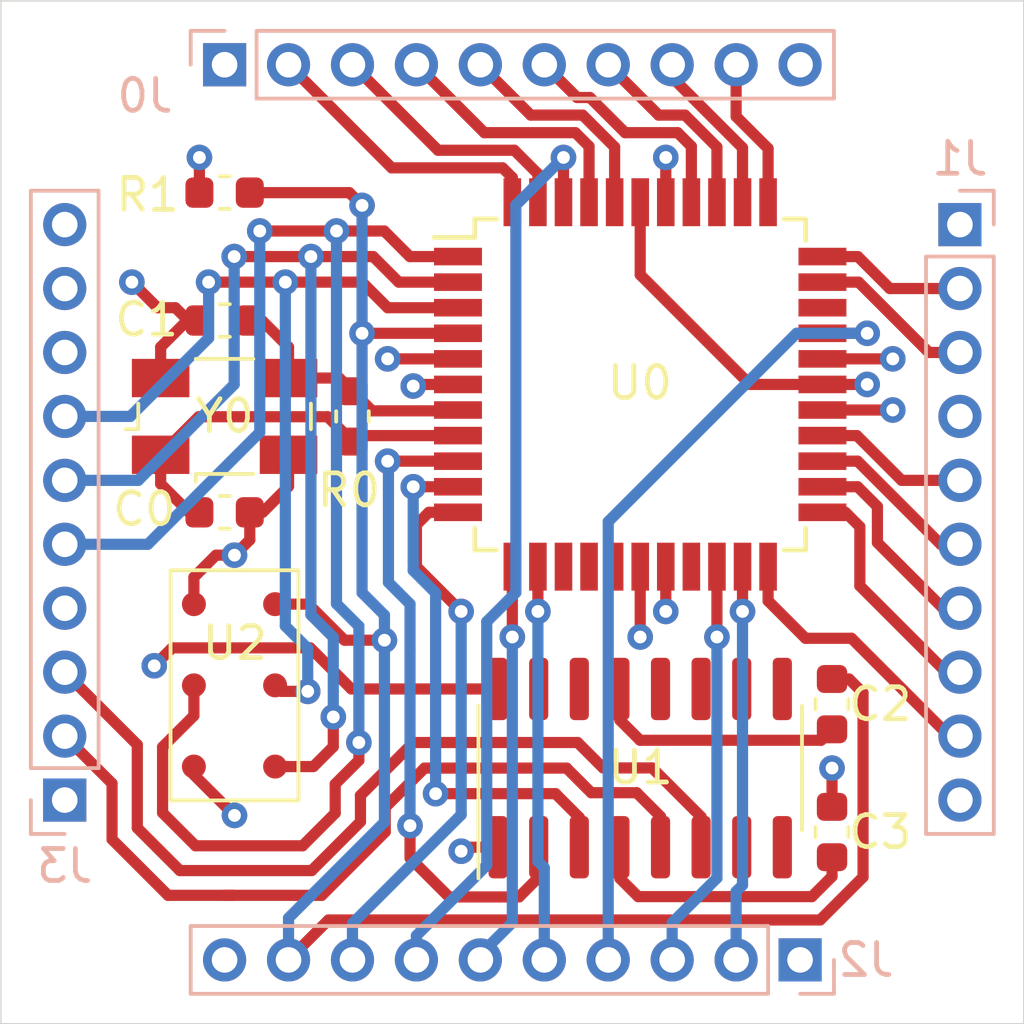
<source format=kicad_pcb>
(kicad_pcb (version 20171130) (host pcbnew "(5.1.6)-1")

  (general
    (thickness 1.6)
    (drawings 4)
    (tracks 372)
    (zones 0)
    (modules 14)
    (nets 57)
  )

  (page A4)
  (layers
    (0 F.Cu signal)
    (1 GND power)
    (2 PWR power)
    (31 B.Cu signal)
    (32 B.Adhes user)
    (33 F.Adhes user)
    (34 B.Paste user)
    (35 F.Paste user)
    (36 B.SilkS user)
    (37 F.SilkS user)
    (38 B.Mask user)
    (39 F.Mask user)
    (40 Dwgs.User user)
    (41 Cmts.User user)
    (42 Eco1.User user)
    (43 Eco2.User user)
    (44 Edge.Cuts user)
    (45 Margin user)
    (46 B.CrtYd user)
    (47 F.CrtYd user)
    (48 B.Fab user)
    (49 F.Fab user)
  )

  (setup
    (last_trace_width 0.5)
    (user_trace_width 0.5)
    (trace_clearance 0.2)
    (zone_clearance 0.508)
    (zone_45_only no)
    (trace_min 0.2)
    (via_size 0.8)
    (via_drill 0.4)
    (via_min_size 0.4)
    (via_min_drill 0.3)
    (uvia_size 0.3)
    (uvia_drill 0.1)
    (uvias_allowed no)
    (uvia_min_size 0.2)
    (uvia_min_drill 0.1)
    (edge_width 0.05)
    (segment_width 0.2)
    (pcb_text_width 0.3)
    (pcb_text_size 1.5 1.5)
    (mod_edge_width 0.12)
    (mod_text_size 1 1)
    (mod_text_width 0.15)
    (pad_size 1.95 0.6)
    (pad_drill 0)
    (pad_to_mask_clearance 0.05)
    (aux_axis_origin 0 0)
    (visible_elements 7FFDFFFF)
    (pcbplotparams
      (layerselection 0x010fc_ffffffff)
      (usegerberextensions false)
      (usegerberattributes true)
      (usegerberadvancedattributes true)
      (creategerberjobfile true)
      (excludeedgelayer true)
      (linewidth 0.100000)
      (plotframeref false)
      (viasonmask false)
      (mode 1)
      (useauxorigin false)
      (hpglpennumber 1)
      (hpglpenspeed 20)
      (hpglpendiameter 15.000000)
      (psnegative false)
      (psa4output false)
      (plotreference true)
      (plotvalue true)
      (plotinvisibletext false)
      (padsonsilk false)
      (subtractmaskfromsilk false)
      (outputformat 1)
      (mirror false)
      (drillshape 1)
      (scaleselection 1)
      (outputdirectory ""))
  )

  (net 0 "")
  (net 1 "Net-(C0-Pad2)")
  (net 2 GND)
  (net 3 "Net-(C1-Pad1)")
  (net 4 "Net-(C2-Pad2)")
  (net 5 /RS)
  (net 6 "Net-(C3-Pad2)")
  (net 7 /LCD_DATA_7)
  (net 8 /LCD_DATA_6)
  (net 9 /LCD_DATA_5)
  (net 10 /LCD_DATA_4)
  (net 11 /LCD_DATA_3)
  (net 12 /LCD_DATA_2)
  (net 13 /LCD_DATA_1)
  (net 14 /LCD_DATA_0)
  (net 15 /LCD_EN)
  (net 16 /LCD_RS)
  (net 17 /IC_595_CTRL)
  (net 18 /MCU_TO_IC595)
  (net 19 /7SEGLED_TEST_ON)
  (net 20 /7SEGLED_TEST_OFF)
  (net 21 /IC_165_CTRL)
  (net 22 /IC_165_TO_MCU)
  (net 23 /CLK_OUT)
  (net 24 /VCC)
  (net 25 /INT0)
  (net 26 /INT1)
  (net 27 /INT2)
  (net 28 /ADJUST_CLK)
  (net 29 /IC_CLOCK)
  (net 30 /AVCC)
  (net 31 /AREF)
  (net 32 /CH340B_VCC)
  (net 33 /SCK)
  (net 34 /MISO)
  (net 35 /MOSI)
  (net 36 /D-)
  (net 37 /D+)
  (net 38 "Net-(U0-Pad31)")
  (net 39 "Net-(U0-Pad19)")
  (net 40 "Net-(U0-Pad16)")
  (net 41 "Net-(U0-Pad15)")
  (net 42 "Net-(U0-Pad14)")
  (net 43 /TXD0)
  (net 44 /RXD0)
  (net 45 "Net-(U1-Pad15)")
  (net 46 "Net-(U1-Pad14)")
  (net 47 "Net-(U1-Pad12)")
  (net 48 "Net-(U1-Pad11)")
  (net 49 "Net-(U1-Pad10)")
  (net 50 "Net-(U1-Pad9)")
  (net 51 "Net-(U1-Pad8)")
  (net 52 "Net-(U1-Pad7)")
  (net 53 "Net-(J3-Pad4)")
  (net 54 "Net-(J3-Pad9)")
  (net 55 "Net-(J1-Pad4)")
  (net 56 /RS_VCC)

  (net_class Default "This is the default net class."
    (clearance 0.2)
    (trace_width 0.35)
    (via_dia 0.8)
    (via_drill 0.4)
    (uvia_dia 0.3)
    (uvia_drill 0.1)
    (add_net /7SEGLED_TEST_OFF)
    (add_net /7SEGLED_TEST_ON)
    (add_net /ADJUST_CLK)
    (add_net /AREF)
    (add_net /AVCC)
    (add_net /CH340B_VCC)
    (add_net /CLK_OUT)
    (add_net /D+)
    (add_net /D-)
    (add_net /IC_165_CTRL)
    (add_net /IC_165_TO_MCU)
    (add_net /IC_595_CTRL)
    (add_net /IC_CLOCK)
    (add_net /INT0)
    (add_net /INT1)
    (add_net /INT2)
    (add_net /LCD_DATA_0)
    (add_net /LCD_DATA_1)
    (add_net /LCD_DATA_2)
    (add_net /LCD_DATA_3)
    (add_net /LCD_DATA_4)
    (add_net /LCD_DATA_5)
    (add_net /LCD_DATA_6)
    (add_net /LCD_DATA_7)
    (add_net /LCD_EN)
    (add_net /LCD_RS)
    (add_net /MCU_TO_IC595)
    (add_net /MISO)
    (add_net /MOSI)
    (add_net /RS)
    (add_net /RS_VCC)
    (add_net /RXD0)
    (add_net /SCK)
    (add_net /TXD0)
    (add_net /VCC)
    (add_net GND)
    (add_net "Net-(C0-Pad2)")
    (add_net "Net-(C1-Pad1)")
    (add_net "Net-(C2-Pad2)")
    (add_net "Net-(C3-Pad2)")
    (add_net "Net-(J1-Pad4)")
    (add_net "Net-(J3-Pad4)")
    (add_net "Net-(J3-Pad9)")
    (add_net "Net-(U0-Pad14)")
    (add_net "Net-(U0-Pad15)")
    (add_net "Net-(U0-Pad16)")
    (add_net "Net-(U0-Pad19)")
    (add_net "Net-(U0-Pad31)")
    (add_net "Net-(U1-Pad10)")
    (add_net "Net-(U1-Pad11)")
    (add_net "Net-(U1-Pad12)")
    (add_net "Net-(U1-Pad14)")
    (add_net "Net-(U1-Pad15)")
    (add_net "Net-(U1-Pad7)")
    (add_net "Net-(U1-Pad8)")
    (add_net "Net-(U1-Pad9)")
  )

  (module digitalSystemBoard:ICSP_no_solder (layer F.Cu) (tedit 60D48B9C) (tstamp 60D3CB93)
    (at 67.31 121.412 90)
    (path /60D43AB9)
    (fp_text reference U2 (at 1.322 0.01 180) (layer F.SilkS)
      (effects (font (size 1 1) (thickness 0.15)))
    )
    (fp_text value ICSP (at 0 -3.556 90) (layer F.Fab)
      (effects (font (size 1 1) (thickness 0.15)))
    )
    (fp_line (start -3.6 2) (end -3.6 -2) (layer F.SilkS) (width 0.12))
    (fp_line (start 3.6 2) (end -3.6 2) (layer F.SilkS) (width 0.12))
    (fp_line (start 3.6 -2) (end 3.6 2) (layer F.SilkS) (width 0.12))
    (fp_line (start -3.6 -2) (end 3.6 -2) (layer F.SilkS) (width 0.12))
    (pad 2 smd circle (at -2.54 -1.27 90) (size 0.75 0.75) (layers F.Cu F.Mask)
      (net 24 /VCC) (solder_mask_margin 0.05) (solder_paste_margin 0.05) (zone_connect 0))
    (pad 4 smd circle (at 0 -1.27 90) (size 0.75 0.75) (layers F.Cu F.Mask)
      (net 35 /MOSI) (solder_mask_margin 0.05) (solder_paste_margin 0.05) (zone_connect 0))
    (pad 6 smd circle (at 2.54 -1.27 90) (size 0.75 0.75) (layers F.Cu F.Mask)
      (net 2 GND) (solder_mask_margin 0.05) (solder_paste_margin 0.05) (zone_connect 0))
    (pad 1 smd circle (at -2.54 1.27 90) (size 0.75 0.75) (layers F.Cu F.Mask)
      (net 34 /MISO) (solder_mask_margin 0.05) (solder_paste_margin 0.05) (zone_connect 0))
    (pad 3 smd circle (at 0 1.27 90) (size 0.75 0.75) (layers F.Cu F.Mask)
      (net 33 /SCK) (solder_mask_margin 0.05) (solder_paste_margin 0.05) (zone_connect 0))
    (pad 5 smd circle (at 2.54 1.27 90) (size 0.75 0.75) (layers F.Cu F.Mask)
      (net 5 /RS) (solder_mask_margin 0.05) (solder_paste_margin 0.05) (zone_connect 0))
  )

  (module Connector_PinHeader_2.00mm:PinHeader_1x10_P2.00mm_Vertical (layer B.Cu) (tedit 59FED667) (tstamp 60D2C65E)
    (at 90 107 180)
    (descr "Through hole straight pin header, 1x10, 2.00mm pitch, single row")
    (tags "Through hole pin header THT 1x10 2.00mm single row")
    (path /60D6792E)
    (fp_text reference J1 (at 0 2.06) (layer B.SilkS)
      (effects (font (size 1 1) (thickness 0.15)) (justify mirror))
    )
    (fp_text value Conn_01x10_Female (at 0 -20.06) (layer B.Fab) hide
      (effects (font (size 1 1) (thickness 0.15)) (justify mirror))
    )
    (fp_line (start 1.5 1.5) (end -1.5 1.5) (layer B.CrtYd) (width 0.05))
    (fp_line (start 1.5 -19.5) (end 1.5 1.5) (layer B.CrtYd) (width 0.05))
    (fp_line (start -1.5 -19.5) (end 1.5 -19.5) (layer B.CrtYd) (width 0.05))
    (fp_line (start -1.5 1.5) (end -1.5 -19.5) (layer B.CrtYd) (width 0.05))
    (fp_line (start -1.06 1.06) (end 0 1.06) (layer B.SilkS) (width 0.12))
    (fp_line (start -1.06 0) (end -1.06 1.06) (layer B.SilkS) (width 0.12))
    (fp_line (start -1.06 -1) (end 1.06 -1) (layer B.SilkS) (width 0.12))
    (fp_line (start 1.06 -1) (end 1.06 -19.06) (layer B.SilkS) (width 0.12))
    (fp_line (start -1.06 -1) (end -1.06 -19.06) (layer B.SilkS) (width 0.12))
    (fp_line (start -1.06 -19.06) (end 1.06 -19.06) (layer B.SilkS) (width 0.12))
    (fp_line (start -1 0.5) (end -0.5 1) (layer B.Fab) (width 0.1))
    (fp_line (start -1 -19) (end -1 0.5) (layer B.Fab) (width 0.1))
    (fp_line (start 1 -19) (end -1 -19) (layer B.Fab) (width 0.1))
    (fp_line (start 1 1) (end 1 -19) (layer B.Fab) (width 0.1))
    (fp_line (start -0.5 1) (end 1 1) (layer B.Fab) (width 0.1))
    (fp_text user %R (at 0 -9 270) (layer B.Fab)
      (effects (font (size 1 1) (thickness 0.15)) (justify mirror))
    )
    (pad 10 thru_hole oval (at 0 -18 180) (size 1.35 1.35) (drill 0.8) (layers *.Cu *.Mask)
      (net 2 GND))
    (pad 9 thru_hole oval (at 0 -16 180) (size 1.35 1.35) (drill 0.8) (layers *.Cu *.Mask)
      (net 29 /IC_CLOCK))
    (pad 8 thru_hole oval (at 0 -14 180) (size 1.35 1.35) (drill 0.8) (layers *.Cu *.Mask)
      (net 19 /7SEGLED_TEST_ON))
    (pad 7 thru_hole oval (at 0 -12 180) (size 1.35 1.35) (drill 0.8) (layers *.Cu *.Mask)
      (net 20 /7SEGLED_TEST_OFF))
    (pad 6 thru_hole oval (at 0 -10 180) (size 1.35 1.35) (drill 0.8) (layers *.Cu *.Mask)
      (net 21 /IC_165_CTRL))
    (pad 5 thru_hole oval (at 0 -8 180) (size 1.35 1.35) (drill 0.8) (layers *.Cu *.Mask)
      (net 22 /IC_165_TO_MCU))
    (pad 4 thru_hole oval (at 0 -6 180) (size 1.35 1.35) (drill 0.8) (layers *.Cu *.Mask)
      (net 55 "Net-(J1-Pad4)"))
    (pad 3 thru_hole oval (at 0 -4 180) (size 1.35 1.35) (drill 0.8) (layers *.Cu *.Mask)
      (net 7 /LCD_DATA_7))
    (pad 2 thru_hole oval (at 0 -2 180) (size 1.35 1.35) (drill 0.8) (layers *.Cu *.Mask)
      (net 8 /LCD_DATA_6))
    (pad 1 thru_hole rect (at 0 0 180) (size 1.35 1.35) (drill 0.8) (layers *.Cu *.Mask)
      (net 31 /AREF))
    (model ${KISYS3DMOD}/Connector_PinHeader_2.00mm.3dshapes/PinHeader_1x10_P2.00mm_Vertical.wrl
      (at (xyz 0 0 0))
      (scale (xyz 1 1 1))
      (rotate (xyz 0 0 0))
    )
  )

  (module Connector_PinHeader_2.00mm:PinHeader_1x10_P2.00mm_Vertical (layer B.Cu) (tedit 59FED667) (tstamp 60D2C792)
    (at 62 125)
    (descr "Through hole straight pin header, 1x10, 2.00mm pitch, single row")
    (tags "Through hole pin header THT 1x10 2.00mm single row")
    (path /60D68DA4)
    (fp_text reference J3 (at 0 2.06) (layer B.SilkS)
      (effects (font (size 1 1) (thickness 0.15)) (justify mirror))
    )
    (fp_text value Conn_01x10_Female (at 0 -20.06) (layer B.Fab) hide
      (effects (font (size 1 1) (thickness 0.15)) (justify mirror))
    )
    (fp_line (start 1.5 1.5) (end -1.5 1.5) (layer B.CrtYd) (width 0.05))
    (fp_line (start 1.5 -19.5) (end 1.5 1.5) (layer B.CrtYd) (width 0.05))
    (fp_line (start -1.5 -19.5) (end 1.5 -19.5) (layer B.CrtYd) (width 0.05))
    (fp_line (start -1.5 1.5) (end -1.5 -19.5) (layer B.CrtYd) (width 0.05))
    (fp_line (start -1.06 1.06) (end 0 1.06) (layer B.SilkS) (width 0.12))
    (fp_line (start -1.06 0) (end -1.06 1.06) (layer B.SilkS) (width 0.12))
    (fp_line (start -1.06 -1) (end 1.06 -1) (layer B.SilkS) (width 0.12))
    (fp_line (start 1.06 -1) (end 1.06 -19.06) (layer B.SilkS) (width 0.12))
    (fp_line (start -1.06 -1) (end -1.06 -19.06) (layer B.SilkS) (width 0.12))
    (fp_line (start -1.06 -19.06) (end 1.06 -19.06) (layer B.SilkS) (width 0.12))
    (fp_line (start -1 0.5) (end -0.5 1) (layer B.Fab) (width 0.1))
    (fp_line (start -1 -19) (end -1 0.5) (layer B.Fab) (width 0.1))
    (fp_line (start 1 -19) (end -1 -19) (layer B.Fab) (width 0.1))
    (fp_line (start 1 1) (end 1 -19) (layer B.Fab) (width 0.1))
    (fp_line (start -0.5 1) (end 1 1) (layer B.Fab) (width 0.1))
    (fp_text user %R (at 0 -9 270) (layer B.Fab)
      (effects (font (size 1 1) (thickness 0.15)) (justify mirror))
    )
    (pad 10 thru_hole oval (at 0 -18) (size 1.35 1.35) (drill 0.8) (layers *.Cu *.Mask)
      (net 2 GND))
    (pad 9 thru_hole oval (at 0 -16) (size 1.35 1.35) (drill 0.8) (layers *.Cu *.Mask)
      (net 54 "Net-(J3-Pad9)"))
    (pad 8 thru_hole oval (at 0 -14) (size 1.35 1.35) (drill 0.8) (layers *.Cu *.Mask)
      (net 56 /RS_VCC))
    (pad 7 thru_hole oval (at 0 -12) (size 1.35 1.35) (drill 0.8) (layers *.Cu *.Mask)
      (net 33 /SCK))
    (pad 6 thru_hole oval (at 0 -10) (size 1.35 1.35) (drill 0.8) (layers *.Cu *.Mask)
      (net 34 /MISO))
    (pad 5 thru_hole oval (at 0 -8) (size 1.35 1.35) (drill 0.8) (layers *.Cu *.Mask)
      (net 35 /MOSI))
    (pad 4 thru_hole oval (at 0 -6) (size 1.35 1.35) (drill 0.8) (layers *.Cu *.Mask)
      (net 53 "Net-(J3-Pad4)"))
    (pad 3 thru_hole oval (at 0 -4) (size 1.35 1.35) (drill 0.8) (layers *.Cu *.Mask)
      (net 36 /D-))
    (pad 2 thru_hole oval (at 0 -2) (size 1.35 1.35) (drill 0.8) (layers *.Cu *.Mask)
      (net 37 /D+))
    (pad 1 thru_hole rect (at 0 0) (size 1.35 1.35) (drill 0.8) (layers *.Cu *.Mask)
      (net 32 /CH340B_VCC))
    (model ${KISYS3DMOD}/Connector_PinHeader_2.00mm.3dshapes/PinHeader_1x10_P2.00mm_Vertical.wrl
      (at (xyz 0 0 0))
      (scale (xyz 1 1 1))
      (rotate (xyz 0 0 0))
    )
  )

  (module Connector_PinHeader_2.00mm:PinHeader_1x10_P2.00mm_Vertical (layer B.Cu) (tedit 59FED667) (tstamp 60D2C6F8)
    (at 85 130 90)
    (descr "Through hole straight pin header, 1x10, 2.00mm pitch, single row")
    (tags "Through hole pin header THT 1x10 2.00mm single row")
    (path /60D66E4A)
    (fp_text reference J2 (at 0 2.06 -180) (layer B.SilkS)
      (effects (font (size 1 1) (thickness 0.15)) (justify mirror))
    )
    (fp_text value Conn_01x10_Female (at 0 -20.06 -90) (layer B.Fab) hide
      (effects (font (size 1 1) (thickness 0.15)) (justify mirror))
    )
    (fp_line (start -0.5 1) (end 1 1) (layer B.Fab) (width 0.1))
    (fp_line (start 1 1) (end 1 -19) (layer B.Fab) (width 0.1))
    (fp_line (start 1 -19) (end -1 -19) (layer B.Fab) (width 0.1))
    (fp_line (start -1 -19) (end -1 0.5) (layer B.Fab) (width 0.1))
    (fp_line (start -1 0.5) (end -0.5 1) (layer B.Fab) (width 0.1))
    (fp_line (start -1.06 -19.06) (end 1.06 -19.06) (layer B.SilkS) (width 0.12))
    (fp_line (start -1.06 -1) (end -1.06 -19.06) (layer B.SilkS) (width 0.12))
    (fp_line (start 1.06 -1) (end 1.06 -19.06) (layer B.SilkS) (width 0.12))
    (fp_line (start -1.06 -1) (end 1.06 -1) (layer B.SilkS) (width 0.12))
    (fp_line (start -1.06 0) (end -1.06 1.06) (layer B.SilkS) (width 0.12))
    (fp_line (start -1.06 1.06) (end 0 1.06) (layer B.SilkS) (width 0.12))
    (fp_line (start -1.5 1.5) (end -1.5 -19.5) (layer B.CrtYd) (width 0.05))
    (fp_line (start -1.5 -19.5) (end 1.5 -19.5) (layer B.CrtYd) (width 0.05))
    (fp_line (start 1.5 -19.5) (end 1.5 1.5) (layer B.CrtYd) (width 0.05))
    (fp_line (start 1.5 1.5) (end -1.5 1.5) (layer B.CrtYd) (width 0.05))
    (fp_text user %R (at 0 -9) (layer B.Fab)
      (effects (font (size 1 1) (thickness 0.15)) (justify mirror))
    )
    (pad 1 thru_hole rect (at 0 0 90) (size 1.35 1.35) (drill 0.8) (layers *.Cu *.Mask)
      (net 24 /VCC))
    (pad 2 thru_hole oval (at 0 -2 90) (size 1.35 1.35) (drill 0.8) (layers *.Cu *.Mask)
      (net 18 /MCU_TO_IC595))
    (pad 3 thru_hole oval (at 0 -4 90) (size 1.35 1.35) (drill 0.8) (layers *.Cu *.Mask)
      (net 17 /IC_595_CTRL))
    (pad 4 thru_hole oval (at 0 -6 90) (size 1.35 1.35) (drill 0.8) (layers *.Cu *.Mask)
      (net 28 /ADJUST_CLK))
    (pad 5 thru_hole oval (at 0 -8 90) (size 1.35 1.35) (drill 0.8) (layers *.Cu *.Mask)
      (net 23 /CLK_OUT))
    (pad 6 thru_hole oval (at 0 -10 90) (size 1.35 1.35) (drill 0.8) (layers *.Cu *.Mask)
      (net 26 /INT1))
    (pad 7 thru_hole oval (at 0 -12 90) (size 1.35 1.35) (drill 0.8) (layers *.Cu *.Mask)
      (net 27 /INT2))
    (pad 8 thru_hole oval (at 0 -14 90) (size 1.35 1.35) (drill 0.8) (layers *.Cu *.Mask)
      (net 25 /INT0))
    (pad 9 thru_hole oval (at 0 -16 90) (size 1.35 1.35) (drill 0.8) (layers *.Cu *.Mask)
      (net 5 /RS))
    (pad 10 thru_hole oval (at 0 -18 90) (size 1.35 1.35) (drill 0.8) (layers *.Cu *.Mask)
      (net 2 GND))
    (model ${KISYS3DMOD}/Connector_PinHeader_2.00mm.3dshapes/PinHeader_1x10_P2.00mm_Vertical.wrl
      (at (xyz 0 0 0))
      (scale (xyz 1 1 1))
      (rotate (xyz 0 0 0))
    )
  )

  (module Connector_PinHeader_2.00mm:PinHeader_1x10_P2.00mm_Vertical (layer B.Cu) (tedit 59FED667) (tstamp 60D2C5C4)
    (at 67 102 270)
    (descr "Through hole straight pin header, 1x10, 2.00mm pitch, single row")
    (tags "Through hole pin header THT 1x10 2.00mm single row")
    (path /60D66290)
    (fp_text reference J0 (at 0.97 2.49 180) (layer B.SilkS)
      (effects (font (size 1 1) (thickness 0.15)) (justify mirror))
    )
    (fp_text value Conn_01x10_Female (at 0 -20.06 270) (layer B.Fab) hide
      (effects (font (size 1 1) (thickness 0.15)) (justify mirror))
    )
    (fp_line (start 1.5 1.5) (end -1.5 1.5) (layer B.CrtYd) (width 0.05))
    (fp_line (start 1.5 -19.5) (end 1.5 1.5) (layer B.CrtYd) (width 0.05))
    (fp_line (start -1.5 -19.5) (end 1.5 -19.5) (layer B.CrtYd) (width 0.05))
    (fp_line (start -1.5 1.5) (end -1.5 -19.5) (layer B.CrtYd) (width 0.05))
    (fp_line (start -1.06 1.06) (end 0 1.06) (layer B.SilkS) (width 0.12))
    (fp_line (start -1.06 0) (end -1.06 1.06) (layer B.SilkS) (width 0.12))
    (fp_line (start -1.06 -1) (end 1.06 -1) (layer B.SilkS) (width 0.12))
    (fp_line (start 1.06 -1) (end 1.06 -19.06) (layer B.SilkS) (width 0.12))
    (fp_line (start -1.06 -1) (end -1.06 -19.06) (layer B.SilkS) (width 0.12))
    (fp_line (start -1.06 -19.06) (end 1.06 -19.06) (layer B.SilkS) (width 0.12))
    (fp_line (start -1 0.5) (end -0.5 1) (layer B.Fab) (width 0.1))
    (fp_line (start -1 -19) (end -1 0.5) (layer B.Fab) (width 0.1))
    (fp_line (start 1 -19) (end -1 -19) (layer B.Fab) (width 0.1))
    (fp_line (start 1 1) (end 1 -19) (layer B.Fab) (width 0.1))
    (fp_line (start -0.5 1) (end 1 1) (layer B.Fab) (width 0.1))
    (fp_text user %R (at 0 -9) (layer B.Fab)
      (effects (font (size 1 1) (thickness 0.15)) (justify mirror))
    )
    (pad 10 thru_hole oval (at 0 -18 270) (size 1.35 1.35) (drill 0.8) (layers *.Cu *.Mask)
      (net 2 GND))
    (pad 9 thru_hole oval (at 0 -16 270) (size 1.35 1.35) (drill 0.8) (layers *.Cu *.Mask)
      (net 9 /LCD_DATA_5))
    (pad 8 thru_hole oval (at 0 -14 270) (size 1.35 1.35) (drill 0.8) (layers *.Cu *.Mask)
      (net 10 /LCD_DATA_4))
    (pad 7 thru_hole oval (at 0 -12 270) (size 1.35 1.35) (drill 0.8) (layers *.Cu *.Mask)
      (net 11 /LCD_DATA_3))
    (pad 6 thru_hole oval (at 0 -10 270) (size 1.35 1.35) (drill 0.8) (layers *.Cu *.Mask)
      (net 12 /LCD_DATA_2))
    (pad 5 thru_hole oval (at 0 -8 270) (size 1.35 1.35) (drill 0.8) (layers *.Cu *.Mask)
      (net 13 /LCD_DATA_1))
    (pad 4 thru_hole oval (at 0 -6 270) (size 1.35 1.35) (drill 0.8) (layers *.Cu *.Mask)
      (net 14 /LCD_DATA_0))
    (pad 3 thru_hole oval (at 0 -4 270) (size 1.35 1.35) (drill 0.8) (layers *.Cu *.Mask)
      (net 15 /LCD_EN))
    (pad 2 thru_hole oval (at 0 -2 270) (size 1.35 1.35) (drill 0.8) (layers *.Cu *.Mask)
      (net 16 /LCD_RS))
    (pad 1 thru_hole rect (at 0 0 270) (size 1.35 1.35) (drill 0.8) (layers *.Cu *.Mask)
      (net 30 /AVCC))
    (model ${KISYS3DMOD}/Connector_PinHeader_2.00mm.3dshapes/PinHeader_1x10_P2.00mm_Vertical.wrl
      (at (xyz 0 0 0))
      (scale (xyz 1 1 1))
      (rotate (xyz 0 0 0))
    )
  )

  (module Crystal:Crystal_SMD_Abracon_ABM3B-4Pin_5.0x3.2mm (layer F.Cu) (tedit 5A0FD1B2) (tstamp 60D2C839)
    (at 67 113)
    (descr "Abracon Miniature Ceramic Smd Crystal ABM3B http://www.abracon.com/Resonators/abm3b.pdf, 5.0x3.2mm^2 package")
    (tags "SMD SMT crystal")
    (path /60D2070F)
    (attr smd)
    (fp_text reference Y0 (at 0 -0.01) (layer F.SilkS)
      (effects (font (size 1 1) (thickness 0.15)))
    )
    (fp_text value 16MHz (at 0 2.8) (layer F.Fab)
      (effects (font (size 1 1) (thickness 0.15)))
    )
    (fp_circle (center 0 0) (end 0.116667 0) (layer F.Adhes) (width 0.233333))
    (fp_circle (center 0 0) (end 0.266667 0) (layer F.Adhes) (width 0.166667))
    (fp_circle (center 0 0) (end 0.416667 0) (layer F.Adhes) (width 0.166667))
    (fp_circle (center 0 0) (end 0.5 0) (layer F.Adhes) (width 0.1))
    (fp_line (start 3.2 -2.1) (end -3.2 -2.1) (layer F.CrtYd) (width 0.05))
    (fp_line (start 3.2 2.1) (end 3.2 -2.1) (layer F.CrtYd) (width 0.05))
    (fp_line (start -3.2 2.1) (end 3.2 2.1) (layer F.CrtYd) (width 0.05))
    (fp_line (start -3.2 -2.1) (end -3.2 2.1) (layer F.CrtYd) (width 0.05))
    (fp_line (start -0.9 1.8) (end -0.9 2.04) (layer F.SilkS) (width 0.12))
    (fp_line (start 0.9 1.8) (end -0.9 1.8) (layer F.SilkS) (width 0.12))
    (fp_line (start -0.9 -1.8) (end 0.9 -1.8) (layer F.SilkS) (width 0.12))
    (fp_line (start 2.7 -0.4) (end 2.7 0.4) (layer F.SilkS) (width 0.12))
    (fp_line (start -2.7 0.4) (end -2.7 -0.4) (layer F.SilkS) (width 0.12))
    (fp_line (start -3.1 0.4) (end -2.7 0.4) (layer F.SilkS) (width 0.12))
    (fp_line (start -2.5 0.6) (end -1.5 1.6) (layer F.Fab) (width 0.1))
    (fp_line (start -2.5 -1.4) (end -2.3 -1.6) (layer F.Fab) (width 0.1))
    (fp_line (start -2.5 1.4) (end -2.5 -1.4) (layer F.Fab) (width 0.1))
    (fp_line (start -2.3 1.6) (end -2.5 1.4) (layer F.Fab) (width 0.1))
    (fp_line (start 2.3 1.6) (end -2.3 1.6) (layer F.Fab) (width 0.1))
    (fp_line (start 2.5 1.4) (end 2.3 1.6) (layer F.Fab) (width 0.1))
    (fp_line (start 2.5 -1.4) (end 2.5 1.4) (layer F.Fab) (width 0.1))
    (fp_line (start 2.3 -1.6) (end 2.5 -1.4) (layer F.Fab) (width 0.1))
    (fp_line (start -2.3 -1.6) (end 2.3 -1.6) (layer F.Fab) (width 0.1))
    (fp_text user %R (at 0 0) (layer F.Fab)
      (effects (font (size 1 1) (thickness 0.15)))
    )
    (pad 4 smd rect (at -2 -1.2) (size 1.8 1.2) (layers F.Cu F.Paste F.Mask)
      (net 2 GND))
    (pad 3 smd rect (at 2 -1.2) (size 1.8 1.2) (layers F.Cu F.Paste F.Mask)
      (net 3 "Net-(C1-Pad1)"))
    (pad 2 smd rect (at 2 1.2) (size 1.8 1.2) (layers F.Cu F.Paste F.Mask)
      (net 2 GND))
    (pad 1 smd rect (at -2 1.2) (size 1.8 1.2) (layers F.Cu F.Paste F.Mask)
      (net 1 "Net-(C0-Pad2)"))
    (model ${KISYS3DMOD}/Crystal.3dshapes/Crystal_SMD_Abracon_ABM3B-4Pin_5.0x3.2mm.wrl
      (at (xyz 0 0 0))
      (scale (xyz 1 1 1))
      (rotate (xyz 0 0 0))
    )
    (model ${KIPRJMOD}/Library/OSC5032.STEP
      (at (xyz 0 0 0))
      (scale (xyz 1 1 1))
      (rotate (xyz 0 0 0))
    )
  )

  (module Package_SO:SOIC-16_3.9x9.9mm_P1.27mm (layer F.Cu) (tedit 60D4400D) (tstamp 60D2C819)
    (at 80 124 90)
    (descr "SOIC, 16 Pin (JEDEC MS-012AC, https://www.analog.com/media/en/package-pcb-resources/package/pkg_pdf/soic_narrow-r/r_16.pdf), generated with kicad-footprint-generator ipc_gullwing_generator.py")
    (tags "SOIC SO")
    (path /60D27CCE)
    (attr smd)
    (fp_text reference U1 (at 0.02 0.01 180) (layer F.SilkS)
      (effects (font (size 1 1) (thickness 0.15)))
    )
    (fp_text value CH340B (at 0 5.9 90) (layer F.Fab)
      (effects (font (size 1 1) (thickness 0.15)))
    )
    (fp_line (start 3.7 -5.2) (end -3.7 -5.2) (layer F.CrtYd) (width 0.05))
    (fp_line (start 3.7 5.2) (end 3.7 -5.2) (layer F.CrtYd) (width 0.05))
    (fp_line (start -3.7 5.2) (end 3.7 5.2) (layer F.CrtYd) (width 0.05))
    (fp_line (start -3.7 -5.2) (end -3.7 5.2) (layer F.CrtYd) (width 0.05))
    (fp_line (start -1.95 -3.975) (end -0.975 -4.95) (layer F.Fab) (width 0.1))
    (fp_line (start -1.95 4.95) (end -1.95 -3.975) (layer F.Fab) (width 0.1))
    (fp_line (start 1.95 4.95) (end -1.95 4.95) (layer F.Fab) (width 0.1))
    (fp_line (start 1.95 -4.95) (end 1.95 4.95) (layer F.Fab) (width 0.1))
    (fp_line (start -0.975 -4.95) (end 1.95 -4.95) (layer F.Fab) (width 0.1))
    (fp_line (start 0 -5.06) (end -3.45 -5.06) (layer F.SilkS) (width 0.12))
    (fp_line (start 0 -5.06) (end 1.95 -5.06) (layer F.SilkS) (width 0.12))
    (fp_line (start 0 5.06) (end -1.95 5.06) (layer F.SilkS) (width 0.12))
    (fp_line (start 0 5.06) (end 1.95 5.06) (layer F.SilkS) (width 0.12))
    (fp_text user %R (at 0 0 180) (layer F.Fab)
      (effects (font (size 0.98 0.98) (thickness 0.15)))
    )
    (pad 16 smd roundrect (at 2.475 -4.445 90) (size 1.95 0.6) (layers F.Cu F.Paste F.Mask) (roundrect_rratio 0.25)
      (net 32 /CH340B_VCC))
    (pad 15 smd roundrect (at 2.475 -3.175 90) (size 1.95 0.6) (layers F.Cu F.Paste F.Mask) (roundrect_rratio 0.25)
      (net 45 "Net-(U1-Pad15)"))
    (pad 14 smd roundrect (at 2.475 -1.905 90) (size 1.95 0.6) (layers F.Cu F.Paste F.Mask) (roundrect_rratio 0.25)
      (net 46 "Net-(U1-Pad14)"))
    (pad 13 smd roundrect (at 2.475 -0.635 90) (size 1.95 0.6) (layers F.Cu F.Paste F.Mask) (roundrect_rratio 0.25)
      (net 4 "Net-(C2-Pad2)"))
    (pad 12 smd roundrect (at 2.475 0.635 90) (size 1.95 0.6) (layers F.Cu F.Paste F.Mask) (roundrect_rratio 0.25)
      (net 47 "Net-(U1-Pad12)"))
    (pad 11 smd roundrect (at 2.475 1.905 90) (size 1.95 0.6) (layers F.Cu F.Paste F.Mask) (roundrect_rratio 0.25)
      (net 48 "Net-(U1-Pad11)"))
    (pad 10 smd roundrect (at 2.475 3.175 90) (size 1.95 0.6) (layers F.Cu F.Paste F.Mask) (roundrect_rratio 0.25)
      (net 49 "Net-(U1-Pad10)"))
    (pad 9 smd roundrect (at 2.475 4.445 90) (size 1.95 0.6) (layers F.Cu F.Paste F.Mask) (roundrect_rratio 0.25)
      (net 50 "Net-(U1-Pad9)"))
    (pad 8 smd roundrect (at -2.475 4.445 90) (size 1.95 0.6) (layers F.Cu F.Paste F.Mask) (roundrect_rratio 0.25)
      (net 51 "Net-(U1-Pad8)"))
    (pad 7 smd roundrect (at -2.475 3.175 90) (size 1.95 0.6) (layers F.Cu F.Paste F.Mask) (roundrect_rratio 0.25)
      (net 52 "Net-(U1-Pad7)"))
    (pad 6 smd roundrect (at -2.475 1.905 90) (size 1.95 0.6) (layers F.Cu F.Paste F.Mask) (roundrect_rratio 0.25)
      (net 36 /D-))
    (pad 5 smd roundrect (at -2.475 0.635 90) (size 1.95 0.6) (layers F.Cu F.Paste F.Mask) (roundrect_rratio 0.25)
      (net 37 /D+))
    (pad 4 smd roundrect (at -2.475 -0.635 90) (size 1.95 0.6) (layers F.Cu F.Paste F.Mask) (roundrect_rratio 0.25)
      (net 6 "Net-(C3-Pad2)"))
    (pad 3 smd roundrect (at -2.475 -1.905 90) (size 1.95 0.6) (layers F.Cu F.Paste F.Mask) (roundrect_rratio 0.25)
      (net 43 /TXD0))
    (pad 2 smd roundrect (at -2.475 -3.175 90) (size 1.95 0.6) (layers F.Cu F.Paste F.Mask) (roundrect_rratio 0.25)
      (net 44 /RXD0))
    (pad 1 smd roundrect (at -2.475 -4.445 90) (size 1.95 0.6) (layers F.Cu F.Paste F.Mask) (roundrect_rratio 0.25)
      (net 2 GND))
    (model ${KISYS3DMOD}/Package_SO.3dshapes/SOIC-16_3.9x9.9mm_P1.27mm.wrl
      (at (xyz 0 0 0))
      (scale (xyz 1 1 1))
      (rotate (xyz 0 0 0))
    )
  )

  (module Package_QFP:TQFP-44_10x10mm_P0.8mm (layer F.Cu) (tedit 5A02F146) (tstamp 60D2C7F7)
    (at 80 112)
    (descr "44-Lead Plastic Thin Quad Flatpack (PT) - 10x10x1.0 mm Body [TQFP] (see Microchip Packaging Specification 00000049BS.pdf)")
    (tags "QFP 0.8")
    (path /60D1DB64)
    (attr smd)
    (fp_text reference U0 (at -0.01 -0.05) (layer F.SilkS)
      (effects (font (size 1 1) (thickness 0.15)))
    )
    (fp_text value ATmega1284P-AU (at 0 7.45) (layer F.Fab)
      (effects (font (size 1 1) (thickness 0.15)))
    )
    (fp_line (start -5.175 -4.6) (end -6.45 -4.6) (layer F.SilkS) (width 0.15))
    (fp_line (start 5.175 -5.175) (end 4.5 -5.175) (layer F.SilkS) (width 0.15))
    (fp_line (start 5.175 5.175) (end 4.5 5.175) (layer F.SilkS) (width 0.15))
    (fp_line (start -5.175 5.175) (end -4.5 5.175) (layer F.SilkS) (width 0.15))
    (fp_line (start -5.175 -5.175) (end -4.5 -5.175) (layer F.SilkS) (width 0.15))
    (fp_line (start -5.175 5.175) (end -5.175 4.5) (layer F.SilkS) (width 0.15))
    (fp_line (start 5.175 5.175) (end 5.175 4.5) (layer F.SilkS) (width 0.15))
    (fp_line (start 5.175 -5.175) (end 5.175 -4.5) (layer F.SilkS) (width 0.15))
    (fp_line (start -5.175 -5.175) (end -5.175 -4.6) (layer F.SilkS) (width 0.15))
    (fp_line (start -6.7 6.7) (end 6.7 6.7) (layer F.CrtYd) (width 0.05))
    (fp_line (start -6.7 -6.7) (end 6.7 -6.7) (layer F.CrtYd) (width 0.05))
    (fp_line (start 6.7 -6.7) (end 6.7 6.7) (layer F.CrtYd) (width 0.05))
    (fp_line (start -6.7 -6.7) (end -6.7 6.7) (layer F.CrtYd) (width 0.05))
    (fp_line (start -5 -4) (end -4 -5) (layer F.Fab) (width 0.15))
    (fp_line (start -5 5) (end -5 -4) (layer F.Fab) (width 0.15))
    (fp_line (start 5 5) (end -5 5) (layer F.Fab) (width 0.15))
    (fp_line (start 5 -5) (end 5 5) (layer F.Fab) (width 0.15))
    (fp_line (start -4 -5) (end 5 -5) (layer F.Fab) (width 0.15))
    (fp_text user %R (at 0 0) (layer F.Fab)
      (effects (font (size 1 1) (thickness 0.15)))
    )
    (pad 44 smd rect (at -4 -5.7 90) (size 1.5 0.55) (layers F.Cu F.Paste F.Mask)
      (net 16 /LCD_RS))
    (pad 43 smd rect (at -3.2 -5.7 90) (size 1.5 0.55) (layers F.Cu F.Paste F.Mask)
      (net 15 /LCD_EN))
    (pad 42 smd rect (at -2.4 -5.7 90) (size 1.5 0.55) (layers F.Cu F.Paste F.Mask)
      (net 27 /INT2))
    (pad 41 smd rect (at -1.6 -5.7 90) (size 1.5 0.55) (layers F.Cu F.Paste F.Mask)
      (net 14 /LCD_DATA_0))
    (pad 40 smd rect (at -0.8 -5.7 90) (size 1.5 0.55) (layers F.Cu F.Paste F.Mask)
      (net 13 /LCD_DATA_1))
    (pad 39 smd rect (at 0 -5.7 90) (size 1.5 0.55) (layers F.Cu F.Paste F.Mask)
      (net 2 GND))
    (pad 38 smd rect (at 0.8 -5.7 90) (size 1.5 0.55) (layers F.Cu F.Paste F.Mask)
      (net 24 /VCC))
    (pad 37 smd rect (at 1.6 -5.7 90) (size 1.5 0.55) (layers F.Cu F.Paste F.Mask)
      (net 12 /LCD_DATA_2))
    (pad 36 smd rect (at 2.4 -5.7 90) (size 1.5 0.55) (layers F.Cu F.Paste F.Mask)
      (net 11 /LCD_DATA_3))
    (pad 35 smd rect (at 3.2 -5.7 90) (size 1.5 0.55) (layers F.Cu F.Paste F.Mask)
      (net 10 /LCD_DATA_4))
    (pad 34 smd rect (at 4 -5.7 90) (size 1.5 0.55) (layers F.Cu F.Paste F.Mask)
      (net 9 /LCD_DATA_5))
    (pad 33 smd rect (at 5.7 -4) (size 1.5 0.55) (layers F.Cu F.Paste F.Mask)
      (net 8 /LCD_DATA_6))
    (pad 32 smd rect (at 5.7 -3.2) (size 1.5 0.55) (layers F.Cu F.Paste F.Mask)
      (net 7 /LCD_DATA_7))
    (pad 31 smd rect (at 5.7 -2.4) (size 1.5 0.55) (layers F.Cu F.Paste F.Mask)
      (net 38 "Net-(U0-Pad31)"))
    (pad 30 smd rect (at 5.7 -1.6) (size 1.5 0.55) (layers F.Cu F.Paste F.Mask)
      (net 28 /ADJUST_CLK))
    (pad 29 smd rect (at 5.7 -0.8) (size 1.5 0.55) (layers F.Cu F.Paste F.Mask)
      (net 31 /AREF))
    (pad 28 smd rect (at 5.7 0) (size 1.5 0.55) (layers F.Cu F.Paste F.Mask)
      (net 2 GND))
    (pad 27 smd rect (at 5.7 0.8) (size 1.5 0.55) (layers F.Cu F.Paste F.Mask)
      (net 30 /AVCC))
    (pad 26 smd rect (at 5.7 1.6) (size 1.5 0.55) (layers F.Cu F.Paste F.Mask)
      (net 22 /IC_165_TO_MCU))
    (pad 25 smd rect (at 5.7 2.4) (size 1.5 0.55) (layers F.Cu F.Paste F.Mask)
      (net 21 /IC_165_CTRL))
    (pad 24 smd rect (at 5.7 3.2) (size 1.5 0.55) (layers F.Cu F.Paste F.Mask)
      (net 20 /7SEGLED_TEST_OFF))
    (pad 23 smd rect (at 5.7 4) (size 1.5 0.55) (layers F.Cu F.Paste F.Mask)
      (net 19 /7SEGLED_TEST_ON))
    (pad 22 smd rect (at 4 5.7 90) (size 1.5 0.55) (layers F.Cu F.Paste F.Mask)
      (net 29 /IC_CLOCK))
    (pad 21 smd rect (at 3.2 5.7 90) (size 1.5 0.55) (layers F.Cu F.Paste F.Mask)
      (net 18 /MCU_TO_IC595))
    (pad 20 smd rect (at 2.4 5.7 90) (size 1.5 0.55) (layers F.Cu F.Paste F.Mask)
      (net 17 /IC_595_CTRL))
    (pad 19 smd rect (at 1.6 5.7 90) (size 1.5 0.55) (layers F.Cu F.Paste F.Mask)
      (net 39 "Net-(U0-Pad19)"))
    (pad 18 smd rect (at 0.8 5.7 90) (size 1.5 0.55) (layers F.Cu F.Paste F.Mask)
      (net 2 GND))
    (pad 17 smd rect (at 0 5.7 90) (size 1.5 0.55) (layers F.Cu F.Paste F.Mask)
      (net 24 /VCC))
    (pad 16 smd rect (at -0.8 5.7 90) (size 1.5 0.55) (layers F.Cu F.Paste F.Mask)
      (net 40 "Net-(U0-Pad16)"))
    (pad 15 smd rect (at -1.6 5.7 90) (size 1.5 0.55) (layers F.Cu F.Paste F.Mask)
      (net 41 "Net-(U0-Pad15)"))
    (pad 14 smd rect (at -2.4 5.7 90) (size 1.5 0.55) (layers F.Cu F.Paste F.Mask)
      (net 42 "Net-(U0-Pad14)"))
    (pad 13 smd rect (at -3.2 5.7 90) (size 1.5 0.55) (layers F.Cu F.Paste F.Mask)
      (net 23 /CLK_OUT))
    (pad 12 smd rect (at -4 5.7 90) (size 1.5 0.55) (layers F.Cu F.Paste F.Mask)
      (net 26 /INT1))
    (pad 11 smd rect (at -5.7 4) (size 1.5 0.55) (layers F.Cu F.Paste F.Mask)
      (net 25 /INT0))
    (pad 10 smd rect (at -5.7 3.2) (size 1.5 0.55) (layers F.Cu F.Paste F.Mask)
      (net 43 /TXD0))
    (pad 9 smd rect (at -5.7 2.4) (size 1.5 0.55) (layers F.Cu F.Paste F.Mask)
      (net 44 /RXD0))
    (pad 8 smd rect (at -5.7 1.6) (size 1.5 0.55) (layers F.Cu F.Paste F.Mask)
      (net 1 "Net-(C0-Pad2)"))
    (pad 7 smd rect (at -5.7 0.8) (size 1.5 0.55) (layers F.Cu F.Paste F.Mask)
      (net 3 "Net-(C1-Pad1)"))
    (pad 6 smd rect (at -5.7 0) (size 1.5 0.55) (layers F.Cu F.Paste F.Mask)
      (net 2 GND))
    (pad 5 smd rect (at -5.7 -0.8) (size 1.5 0.55) (layers F.Cu F.Paste F.Mask)
      (net 24 /VCC))
    (pad 4 smd rect (at -5.7 -1.6) (size 1.5 0.55) (layers F.Cu F.Paste F.Mask)
      (net 5 /RS))
    (pad 3 smd rect (at -5.7 -2.4) (size 1.5 0.55) (layers F.Cu F.Paste F.Mask)
      (net 33 /SCK))
    (pad 2 smd rect (at -5.7 -3.2) (size 1.5 0.55) (layers F.Cu F.Paste F.Mask)
      (net 34 /MISO))
    (pad 1 smd rect (at -5.7 -4) (size 1.5 0.55) (layers F.Cu F.Paste F.Mask)
      (net 35 /MOSI))
    (model ${KISYS3DMOD}/Package_QFP.3dshapes/TQFP-44_10x10mm_P0.8mm.wrl
      (at (xyz 0 0 0))
      (scale (xyz 1 1 1))
      (rotate (xyz 0 0 0))
    )
  )

  (module Resistor_SMD:R_0603_1608Metric (layer F.Cu) (tedit 5B301BBD) (tstamp 60D2C7B4)
    (at 67 106)
    (descr "Resistor SMD 0603 (1608 Metric), square (rectangular) end terminal, IPC_7351 nominal, (Body size source: http://www.tortai-tech.com/upload/download/2011102023233369053.pdf), generated with kicad-footprint-generator")
    (tags resistor)
    (path /60D4801C)
    (attr smd)
    (fp_text reference R1 (at -2.41 0.07) (layer F.SilkS)
      (effects (font (size 1 1) (thickness 0.15)))
    )
    (fp_text value 47k (at 0 1.43) (layer F.Fab)
      (effects (font (size 1 1) (thickness 0.15)))
    )
    (fp_line (start 1.48 0.73) (end -1.48 0.73) (layer F.CrtYd) (width 0.05))
    (fp_line (start 1.48 -0.73) (end 1.48 0.73) (layer F.CrtYd) (width 0.05))
    (fp_line (start -1.48 -0.73) (end 1.48 -0.73) (layer F.CrtYd) (width 0.05))
    (fp_line (start -1.48 0.73) (end -1.48 -0.73) (layer F.CrtYd) (width 0.05))
    (fp_line (start -0.162779 0.51) (end 0.162779 0.51) (layer F.SilkS) (width 0.12))
    (fp_line (start -0.162779 -0.51) (end 0.162779 -0.51) (layer F.SilkS) (width 0.12))
    (fp_line (start 0.8 0.4) (end -0.8 0.4) (layer F.Fab) (width 0.1))
    (fp_line (start 0.8 -0.4) (end 0.8 0.4) (layer F.Fab) (width 0.1))
    (fp_line (start -0.8 -0.4) (end 0.8 -0.4) (layer F.Fab) (width 0.1))
    (fp_line (start -0.8 0.4) (end -0.8 -0.4) (layer F.Fab) (width 0.1))
    (fp_text user %R (at 0 0) (layer F.Fab)
      (effects (font (size 0.4 0.4) (thickness 0.06)))
    )
    (pad 2 smd roundrect (at 0.7875 0) (size 0.875 0.95) (layers F.Cu F.Paste F.Mask) (roundrect_rratio 0.25)
      (net 5 /RS))
    (pad 1 smd roundrect (at -0.7875 0) (size 0.875 0.95) (layers F.Cu F.Paste F.Mask) (roundrect_rratio 0.25)
      (net 56 /RS_VCC))
    (model ${KISYS3DMOD}/Resistor_SMD.3dshapes/R_0603_1608Metric.wrl
      (at (xyz 0 0 0))
      (scale (xyz 1 1 1))
      (rotate (xyz 0 0 0))
    )
  )

  (module Resistor_SMD:R_0603_1608Metric (layer F.Cu) (tedit 5B301BBD) (tstamp 60D2C7A3)
    (at 71 113 90)
    (descr "Resistor SMD 0603 (1608 Metric), square (rectangular) end terminal, IPC_7351 nominal, (Body size source: http://www.tortai-tech.com/upload/download/2011102023233369053.pdf), generated with kicad-footprint-generator")
    (tags resistor)
    (path /60D24DB4)
    (attr smd)
    (fp_text reference R0 (at -2.31 -0.11 180) (layer F.SilkS)
      (effects (font (size 1 1) (thickness 0.15)))
    )
    (fp_text value 1M (at 0 1.43 90) (layer F.Fab)
      (effects (font (size 1 1) (thickness 0.15)))
    )
    (fp_line (start 1.48 0.73) (end -1.48 0.73) (layer F.CrtYd) (width 0.05))
    (fp_line (start 1.48 -0.73) (end 1.48 0.73) (layer F.CrtYd) (width 0.05))
    (fp_line (start -1.48 -0.73) (end 1.48 -0.73) (layer F.CrtYd) (width 0.05))
    (fp_line (start -1.48 0.73) (end -1.48 -0.73) (layer F.CrtYd) (width 0.05))
    (fp_line (start -0.162779 0.51) (end 0.162779 0.51) (layer F.SilkS) (width 0.12))
    (fp_line (start -0.162779 -0.51) (end 0.162779 -0.51) (layer F.SilkS) (width 0.12))
    (fp_line (start 0.8 0.4) (end -0.8 0.4) (layer F.Fab) (width 0.1))
    (fp_line (start 0.8 -0.4) (end 0.8 0.4) (layer F.Fab) (width 0.1))
    (fp_line (start -0.8 -0.4) (end 0.8 -0.4) (layer F.Fab) (width 0.1))
    (fp_line (start -0.8 0.4) (end -0.8 -0.4) (layer F.Fab) (width 0.1))
    (fp_text user %R (at 0 0 90) (layer F.Fab)
      (effects (font (size 0.4 0.4) (thickness 0.06)))
    )
    (pad 2 smd roundrect (at 0.7875 0 90) (size 0.875 0.95) (layers F.Cu F.Paste F.Mask) (roundrect_rratio 0.25)
      (net 3 "Net-(C1-Pad1)"))
    (pad 1 smd roundrect (at -0.7875 0 90) (size 0.875 0.95) (layers F.Cu F.Paste F.Mask) (roundrect_rratio 0.25)
      (net 1 "Net-(C0-Pad2)"))
    (model ${KISYS3DMOD}/Resistor_SMD.3dshapes/R_0603_1608Metric.wrl
      (at (xyz 0 0 0))
      (scale (xyz 1 1 1))
      (rotate (xyz 0 0 0))
    )
  )

  (module Capacitor_SMD:C_0603_1608Metric (layer F.Cu) (tedit 5B301BBE) (tstamp 60D2C52A)
    (at 86 126 270)
    (descr "Capacitor SMD 0603 (1608 Metric), square (rectangular) end terminal, IPC_7351 nominal, (Body size source: http://www.tortai-tech.com/upload/download/2011102023233369053.pdf), generated with kicad-footprint-generator")
    (tags capacitor)
    (path /60D309BB)
    (attr smd)
    (fp_text reference C3 (at 0 -1.5 180) (layer F.SilkS)
      (effects (font (size 1 1) (thickness 0.15)))
    )
    (fp_text value 0.1uF (at 0 1.43 90) (layer F.Fab)
      (effects (font (size 1 1) (thickness 0.15)))
    )
    (fp_line (start 1.48 0.73) (end -1.48 0.73) (layer F.CrtYd) (width 0.05))
    (fp_line (start 1.48 -0.73) (end 1.48 0.73) (layer F.CrtYd) (width 0.05))
    (fp_line (start -1.48 -0.73) (end 1.48 -0.73) (layer F.CrtYd) (width 0.05))
    (fp_line (start -1.48 0.73) (end -1.48 -0.73) (layer F.CrtYd) (width 0.05))
    (fp_line (start -0.162779 0.51) (end 0.162779 0.51) (layer F.SilkS) (width 0.12))
    (fp_line (start -0.162779 -0.51) (end 0.162779 -0.51) (layer F.SilkS) (width 0.12))
    (fp_line (start 0.8 0.4) (end -0.8 0.4) (layer F.Fab) (width 0.1))
    (fp_line (start 0.8 -0.4) (end 0.8 0.4) (layer F.Fab) (width 0.1))
    (fp_line (start -0.8 -0.4) (end 0.8 -0.4) (layer F.Fab) (width 0.1))
    (fp_line (start -0.8 0.4) (end -0.8 -0.4) (layer F.Fab) (width 0.1))
    (fp_text user %R (at 0 0 90) (layer F.Fab)
      (effects (font (size 0.4 0.4) (thickness 0.06)))
    )
    (pad 2 smd roundrect (at 0.7875 0 270) (size 0.875 0.95) (layers F.Cu F.Paste F.Mask) (roundrect_rratio 0.25)
      (net 6 "Net-(C3-Pad2)"))
    (pad 1 smd roundrect (at -0.7875 0 270) (size 0.875 0.95) (layers F.Cu F.Paste F.Mask) (roundrect_rratio 0.25)
      (net 2 GND))
    (model ${KISYS3DMOD}/Capacitor_SMD.3dshapes/C_0603_1608Metric.wrl
      (at (xyz 0 0 0))
      (scale (xyz 1 1 1))
      (rotate (xyz 0 0 0))
    )
  )

  (module Capacitor_SMD:C_0603_1608Metric (layer F.Cu) (tedit 5B301BBE) (tstamp 60D2C519)
    (at 86 122 270)
    (descr "Capacitor SMD 0603 (1608 Metric), square (rectangular) end terminal, IPC_7351 nominal, (Body size source: http://www.tortai-tech.com/upload/download/2011102023233369053.pdf), generated with kicad-footprint-generator")
    (tags capacitor)
    (path /60D2FED5)
    (attr smd)
    (fp_text reference C2 (at 0 -1.5 180) (layer F.SilkS)
      (effects (font (size 1 1) (thickness 0.15)))
    )
    (fp_text value 0.1uF (at 0 1.43 90) (layer F.Fab)
      (effects (font (size 1 1) (thickness 0.15)))
    )
    (fp_line (start 1.48 0.73) (end -1.48 0.73) (layer F.CrtYd) (width 0.05))
    (fp_line (start 1.48 -0.73) (end 1.48 0.73) (layer F.CrtYd) (width 0.05))
    (fp_line (start -1.48 -0.73) (end 1.48 -0.73) (layer F.CrtYd) (width 0.05))
    (fp_line (start -1.48 0.73) (end -1.48 -0.73) (layer F.CrtYd) (width 0.05))
    (fp_line (start -0.162779 0.51) (end 0.162779 0.51) (layer F.SilkS) (width 0.12))
    (fp_line (start -0.162779 -0.51) (end 0.162779 -0.51) (layer F.SilkS) (width 0.12))
    (fp_line (start 0.8 0.4) (end -0.8 0.4) (layer F.Fab) (width 0.1))
    (fp_line (start 0.8 -0.4) (end 0.8 0.4) (layer F.Fab) (width 0.1))
    (fp_line (start -0.8 -0.4) (end 0.8 -0.4) (layer F.Fab) (width 0.1))
    (fp_line (start -0.8 0.4) (end -0.8 -0.4) (layer F.Fab) (width 0.1))
    (fp_text user %R (at 0 0 90) (layer F.Fab)
      (effects (font (size 0.4 0.4) (thickness 0.06)))
    )
    (pad 2 smd roundrect (at 0.7875 0 270) (size 0.875 0.95) (layers F.Cu F.Paste F.Mask) (roundrect_rratio 0.25)
      (net 4 "Net-(C2-Pad2)"))
    (pad 1 smd roundrect (at -0.7875 0 270) (size 0.875 0.95) (layers F.Cu F.Paste F.Mask) (roundrect_rratio 0.25)
      (net 5 /RS))
    (model ${KISYS3DMOD}/Capacitor_SMD.3dshapes/C_0603_1608Metric.wrl
      (at (xyz 0 0 0))
      (scale (xyz 1 1 1))
      (rotate (xyz 0 0 0))
    )
  )

  (module Capacitor_SMD:C_0603_1608Metric (layer F.Cu) (tedit 5B301BBE) (tstamp 60D2C508)
    (at 67 110 180)
    (descr "Capacitor SMD 0603 (1608 Metric), square (rectangular) end terminal, IPC_7351 nominal, (Body size source: http://www.tortai-tech.com/upload/download/2011102023233369053.pdf), generated with kicad-footprint-generator")
    (tags capacitor)
    (path /60D2B68C)
    (attr smd)
    (fp_text reference C1 (at 2.44 0.03) (layer F.SilkS)
      (effects (font (size 1 1) (thickness 0.15)))
    )
    (fp_text value 22pF (at 0 1.43) (layer F.Fab)
      (effects (font (size 1 1) (thickness 0.15)))
    )
    (fp_line (start 1.48 0.73) (end -1.48 0.73) (layer F.CrtYd) (width 0.05))
    (fp_line (start 1.48 -0.73) (end 1.48 0.73) (layer F.CrtYd) (width 0.05))
    (fp_line (start -1.48 -0.73) (end 1.48 -0.73) (layer F.CrtYd) (width 0.05))
    (fp_line (start -1.48 0.73) (end -1.48 -0.73) (layer F.CrtYd) (width 0.05))
    (fp_line (start -0.162779 0.51) (end 0.162779 0.51) (layer F.SilkS) (width 0.12))
    (fp_line (start -0.162779 -0.51) (end 0.162779 -0.51) (layer F.SilkS) (width 0.12))
    (fp_line (start 0.8 0.4) (end -0.8 0.4) (layer F.Fab) (width 0.1))
    (fp_line (start 0.8 -0.4) (end 0.8 0.4) (layer F.Fab) (width 0.1))
    (fp_line (start -0.8 -0.4) (end 0.8 -0.4) (layer F.Fab) (width 0.1))
    (fp_line (start -0.8 0.4) (end -0.8 -0.4) (layer F.Fab) (width 0.1))
    (fp_text user %R (at 0 0) (layer F.Fab)
      (effects (font (size 0.4 0.4) (thickness 0.06)))
    )
    (pad 2 smd roundrect (at 0.7875 0 180) (size 0.875 0.95) (layers F.Cu F.Paste F.Mask) (roundrect_rratio 0.25)
      (net 2 GND))
    (pad 1 smd roundrect (at -0.7875 0 180) (size 0.875 0.95) (layers F.Cu F.Paste F.Mask) (roundrect_rratio 0.25)
      (net 3 "Net-(C1-Pad1)"))
    (model ${KISYS3DMOD}/Capacitor_SMD.3dshapes/C_0603_1608Metric.wrl
      (at (xyz 0 0 0))
      (scale (xyz 1 1 1))
      (rotate (xyz 0 0 0))
    )
  )

  (module Capacitor_SMD:C_0603_1608Metric (layer F.Cu) (tedit 5B301BBE) (tstamp 60D2C4F7)
    (at 67 116 180)
    (descr "Capacitor SMD 0603 (1608 Metric), square (rectangular) end terminal, IPC_7351 nominal, (Body size source: http://www.tortai-tech.com/upload/download/2011102023233369053.pdf), generated with kicad-footprint-generator")
    (tags capacitor)
    (path /60D2A377)
    (attr smd)
    (fp_text reference C0 (at 2.51 0.1) (layer F.SilkS)
      (effects (font (size 1 1) (thickness 0.15)))
    )
    (fp_text value 22pF (at 0 1.43) (layer F.Fab)
      (effects (font (size 1 1) (thickness 0.15)))
    )
    (fp_line (start 1.48 0.73) (end -1.48 0.73) (layer F.CrtYd) (width 0.05))
    (fp_line (start 1.48 -0.73) (end 1.48 0.73) (layer F.CrtYd) (width 0.05))
    (fp_line (start -1.48 -0.73) (end 1.48 -0.73) (layer F.CrtYd) (width 0.05))
    (fp_line (start -1.48 0.73) (end -1.48 -0.73) (layer F.CrtYd) (width 0.05))
    (fp_line (start -0.162779 0.51) (end 0.162779 0.51) (layer F.SilkS) (width 0.12))
    (fp_line (start -0.162779 -0.51) (end 0.162779 -0.51) (layer F.SilkS) (width 0.12))
    (fp_line (start 0.8 0.4) (end -0.8 0.4) (layer F.Fab) (width 0.1))
    (fp_line (start 0.8 -0.4) (end 0.8 0.4) (layer F.Fab) (width 0.1))
    (fp_line (start -0.8 -0.4) (end 0.8 -0.4) (layer F.Fab) (width 0.1))
    (fp_line (start -0.8 0.4) (end -0.8 -0.4) (layer F.Fab) (width 0.1))
    (fp_text user %R (at 0 0) (layer F.Fab)
      (effects (font (size 0.4 0.4) (thickness 0.06)))
    )
    (pad 2 smd roundrect (at 0.7875 0 180) (size 0.875 0.95) (layers F.Cu F.Paste F.Mask) (roundrect_rratio 0.25)
      (net 1 "Net-(C0-Pad2)"))
    (pad 1 smd roundrect (at -0.7875 0 180) (size 0.875 0.95) (layers F.Cu F.Paste F.Mask) (roundrect_rratio 0.25)
      (net 2 GND))
    (model ${KISYS3DMOD}/Capacitor_SMD.3dshapes/C_0603_1608Metric.wrl
      (at (xyz 0 0 0))
      (scale (xyz 1 1 1))
      (rotate (xyz 0 0 0))
    )
  )

  (gr_line (start 92 100) (end 60 100) (layer Edge.Cuts) (width 0.05) (tstamp 60D390E3))
  (gr_line (start 92 132) (end 92 100) (layer Edge.Cuts) (width 0.05))
  (gr_line (start 60 132) (end 92 132) (layer Edge.Cuts) (width 0.05))
  (gr_line (start 60 100) (end 60 132) (layer Edge.Cuts) (width 0.05))

  (segment (start 71.1875 113.6) (end 74.3 113.6) (width 0.35) (layer F.Cu) (net 1))
  (segment (start 71 113.7875) (end 71.1875 113.6) (width 0.35) (layer F.Cu) (net 1))
  (segment (start 65.89 116) (end 66.2125 116) (width 0.35) (layer F.Cu) (net 1))
  (segment (start 65 114.2) (end 65 115.11) (width 0.35) (layer F.Cu) (net 1))
  (segment (start 65 115.11) (end 65.89 116) (width 0.35) (layer F.Cu) (net 1))
  (segment (start 70.2225 113.01) (end 71 113.7875) (width 0.35) (layer F.Cu) (net 1))
  (segment (start 65 114.2) (end 66.19 113.01) (width 0.35) (layer F.Cu) (net 1))
  (segment (start 66.19 113.01) (end 70.2225 113.01) (width 0.35) (layer F.Cu) (net 1))
  (via (at 64.1 108.8) (size 0.8) (drill 0.4) (layers F.Cu B.Cu) (net 2))
  (via (at 67.31 117.34) (size 0.8) (drill 0.4) (layers F.Cu B.Cu) (net 2))
  (via (at 74.4 126.6) (size 0.8) (drill 0.4) (layers F.Cu B.Cu) (net 2))
  (via (at 86 124) (size 0.8) (drill 0.4) (layers F.Cu B.Cu) (net 2))
  (via (at 87.1 112) (size 0.8) (drill 0.4) (layers F.Cu B.Cu) (net 2))
  (segment (start 85.7 112) (end 87.1 112) (width 0.35) (layer F.Cu) (net 2))
  (segment (start 68.19 116) (end 67.7875 116) (width 0.35) (layer F.Cu) (net 2))
  (segment (start 69 114.2) (end 69 115.19) (width 0.35) (layer F.Cu) (net 2))
  (segment (start 69 115.19) (end 68.19 116) (width 0.35) (layer F.Cu) (net 2))
  (segment (start 86 125.2125) (end 86 124) (width 0.35) (layer F.Cu) (net 2))
  (segment (start 74.525 126.475) (end 74.4 126.6) (width 0.35) (layer F.Cu) (net 2))
  (segment (start 75.555 126.475) (end 74.525 126.475) (width 0.35) (layer F.Cu) (net 2))
  (segment (start 67.7875 116.8625) (end 67.31 117.34) (width 0.35) (layer F.Cu) (net 2))
  (segment (start 67.7875 116) (end 67.7875 116.8625) (width 0.35) (layer F.Cu) (net 2))
  (segment (start 83.43 112) (end 85.7 112) (width 0.35) (layer F.Cu) (net 2))
  (segment (start 80 106.3) (end 80 108.57) (width 0.35) (layer F.Cu) (net 2))
  (segment (start 80 108.57) (end 83.43 112) (width 0.35) (layer F.Cu) (net 2))
  (segment (start 70.000001 126.999999) (end 67 130) (width 0.5) (layer GND) (net 2))
  (segment (start 74.000001 126.999999) (end 70.000001 126.999999) (width 0.5) (layer GND) (net 2))
  (segment (start 74.4 126.6) (end 74.000001 126.999999) (width 0.5) (layer GND) (net 2))
  (segment (start 65 110.83) (end 65.83 110) (width 0.35) (layer F.Cu) (net 2))
  (segment (start 65 111.8) (end 65 110.83) (width 0.35) (layer F.Cu) (net 2))
  (segment (start 65.83 110) (end 66.2125 110) (width 0.35) (layer F.Cu) (net 2))
  (segment (start 65.86 110) (end 66.2125 110) (width 0.35) (layer F.Cu) (net 2))
  (segment (start 65.46 109.6) (end 65.86 110) (width 0.35) (layer F.Cu) (net 2))
  (via (at 72.9 112.05001) (size 0.8) (drill 0.4) (layers F.Cu B.Cu) (net 2))
  (segment (start 74.3 112) (end 72.95001 112) (width 0.35) (layer F.Cu) (net 2))
  (segment (start 72.95001 112) (end 72.9 112.05001) (width 0.35) (layer F.Cu) (net 2))
  (via (at 80.8 119.1) (size 0.8) (drill 0.4) (layers F.Cu B.Cu) (net 2))
  (segment (start 80.8 117.7) (end 80.8 119.1) (width 0.35) (layer F.Cu) (net 2))
  (segment (start 66.73 117.34) (end 67.31 117.34) (width 0.35) (layer F.Cu) (net 2))
  (segment (start 66.04 118.872) (end 66.04 118.03) (width 0.35) (layer F.Cu) (net 2))
  (segment (start 66.04 118.03) (end 66.73 117.34) (width 0.35) (layer F.Cu) (net 2))
  (segment (start 67.31 112.07002) (end 67.33001 112.05001) (width 0.5) (layer GND) (net 2))
  (segment (start 67.31 117.34) (end 67.31 112.07002) (width 0.5) (layer GND) (net 2))
  (segment (start 67.33001 112.05001) (end 72.9 112.05001) (width 0.5) (layer GND) (net 2))
  (segment (start 87.04999 112.05001) (end 87.1 112) (width 0.5) (layer GND) (net 2))
  (segment (start 80.8 119.1) (end 80.8 112.14002) (width 0.5) (layer GND) (net 2))
  (segment (start 72.9 112.05001) (end 80.89001 112.05001) (width 0.5) (layer GND) (net 2))
  (segment (start 80.8 112.14002) (end 80.89001 112.05001) (width 0.5) (layer GND) (net 2))
  (segment (start 85 111.97002) (end 85.07999 112.05001) (width 0.5) (layer GND) (net 2))
  (segment (start 80.89001 112.05001) (end 85.07999 112.05001) (width 0.5) (layer GND) (net 2))
  (segment (start 85 102) (end 85 111.97002) (width 0.5) (layer GND) (net 2))
  (segment (start 85.07999 112.05001) (end 87.04999 112.05001) (width 0.5) (layer GND) (net 2))
  (segment (start 77 124) (end 74.4 126.6) (width 0.5) (layer GND) (net 2))
  (segment (start 88.57 125) (end 90 125) (width 0.5) (layer GND) (net 2))
  (segment (start 86 124) (end 87.57 124) (width 0.5) (layer GND) (net 2))
  (segment (start 87.57 124) (end 88.57 125) (width 0.5) (layer GND) (net 2))
  (segment (start 80.8 119.1) (end 81.199999 119.499999) (width 0.5) (layer GND) (net 2))
  (segment (start 81.199999 123.960001) (end 81.16 124) (width 0.5) (layer GND) (net 2))
  (segment (start 86 124) (end 81.16 124) (width 0.5) (layer GND) (net 2))
  (segment (start 81.199999 119.499999) (end 81.199999 123.960001) (width 0.5) (layer GND) (net 2))
  (segment (start 81.16 124) (end 77 124) (width 0.5) (layer GND) (net 2))
  (segment (start 67.30001 112.05001) (end 67.33001 112.05001) (width 0.5) (layer GND) (net 2))
  (segment (start 63.05 107) (end 62 107) (width 0.5) (layer GND) (net 2))
  (segment (start 64.9 109.6) (end 65.46 109.6) (width 0.35) (layer F.Cu) (net 2))
  (segment (start 64.1 108.8) (end 64.9 109.6) (width 0.35) (layer F.Cu) (net 2))
  (segment (start 67.30001 112.00001) (end 67.30001 112.05001) (width 0.5) (layer GND) (net 2))
  (segment (start 64.1 108.8) (end 67.30001 112.00001) (width 0.5) (layer GND) (net 2))
  (segment (start 64.1 108.05) (end 63.05 107) (width 0.5) (layer GND) (net 2))
  (segment (start 64.1 108.8) (end 64.1 108.05) (width 0.5) (layer GND) (net 2))
  (segment (start 68.17 110) (end 67.7875 110) (width 0.35) (layer F.Cu) (net 3))
  (segment (start 69 111.8) (end 69 110.83) (width 0.35) (layer F.Cu) (net 3))
  (segment (start 69 110.83) (end 68.17 110) (width 0.35) (layer F.Cu) (net 3))
  (segment (start 70.5875 111.8) (end 71 112.2125) (width 0.35) (layer F.Cu) (net 3))
  (segment (start 69 111.8) (end 70.5875 111.8) (width 0.35) (layer F.Cu) (net 3))
  (segment (start 71 112.2125) (end 71.612511 112.825011) (width 0.35) (layer F.Cu) (net 3))
  (segment (start 74.274989 112.825011) (end 74.3 112.8) (width 0.35) (layer F.Cu) (net 3))
  (segment (start 71.612511 112.825011) (end 74.274989 112.825011) (width 0.35) (layer F.Cu) (net 3))
  (segment (start 85.6575 123.13) (end 86 122.7875) (width 0.35) (layer F.Cu) (net 4))
  (segment (start 79.365 122.5) (end 79.995 123.13) (width 0.35) (layer F.Cu) (net 4))
  (segment (start 79.365 121.525) (end 79.365 122.5) (width 0.35) (layer F.Cu) (net 4))
  (segment (start 79.995 123.13) (end 85.6575 123.13) (width 0.35) (layer F.Cu) (net 4))
  (via (at 71.3 106.4) (size 0.8) (drill 0.4) (layers F.Cu B.Cu) (net 5))
  (segment (start 70.25 128.75) (end 69 130) (width 0.35) (layer F.Cu) (net 5))
  (segment (start 86.5325 121.2125) (end 86.97 121.65) (width 0.35) (layer F.Cu) (net 5))
  (segment (start 86.97 127.41) (end 85.63 128.75) (width 0.35) (layer F.Cu) (net 5))
  (segment (start 86 121.2125) (end 86.5325 121.2125) (width 0.35) (layer F.Cu) (net 5))
  (segment (start 86.97 121.65) (end 86.97 127.41) (width 0.35) (layer F.Cu) (net 5))
  (segment (start 85.63 128.75) (end 70.25 128.75) (width 0.35) (layer F.Cu) (net 5))
  (via (at 71.3 110.4) (size 0.8) (drill 0.4) (layers F.Cu B.Cu) (net 5))
  (segment (start 71.3 118.514004) (end 71.3 110.4) (width 0.35) (layer B.Cu) (net 5))
  (segment (start 74.3 110.4) (end 71.37 110.4) (width 0.35) (layer F.Cu) (net 5))
  (via (at 72 120) (size 0.8) (drill 0.4) (layers F.Cu B.Cu) (net 5))
  (segment (start 71.3 118.514004) (end 72 119.214004) (width 0.35) (layer B.Cu) (net 5))
  (segment (start 70.900001 106.000001) (end 71.3 106.4) (width 0.35) (layer F.Cu) (net 5))
  (segment (start 67.7875 106) (end 70.900001 106.000001) (width 0.35) (layer F.Cu) (net 5))
  (segment (start 71.3 106.4) (end 71.3 110.4) (width 0.35) (layer B.Cu) (net 5))
  (segment (start 72 120) (end 72 119.214004) (width 0.35) (layer B.Cu) (net 5))
  (segment (start 72 120) (end 72 125.69) (width 0.35) (layer B.Cu) (net 5))
  (segment (start 69 128.69) (end 69 130) (width 0.35) (layer B.Cu) (net 5))
  (segment (start 72 125.69) (end 69 128.69) (width 0.35) (layer B.Cu) (net 5))
  (segment (start 69.622 118.872) (end 68.58 118.872) (width 0.35) (layer F.Cu) (net 5))
  (segment (start 72 120) (end 70.75 120) (width 0.35) (layer F.Cu) (net 5))
  (segment (start 70.75 120) (end 69.622 118.872) (width 0.35) (layer F.Cu) (net 5))
  (segment (start 79.365 127.45) (end 79.935 128.02) (width 0.35) (layer F.Cu) (net 6))
  (segment (start 79.935 128.02) (end 85.37 128.02) (width 0.35) (layer F.Cu) (net 6))
  (segment (start 79.365 126.475) (end 79.365 127.45) (width 0.35) (layer F.Cu) (net 6))
  (segment (start 86 127.39) (end 86 126.7875) (width 0.35) (layer F.Cu) (net 6))
  (segment (start 85.37 128.02) (end 86 127.39) (width 0.35) (layer F.Cu) (net 6))
  (segment (start 86.83 108.8) (end 85.7 108.8) (width 0.35) (layer F.Cu) (net 7))
  (segment (start 90 111) (end 89.03 111) (width 0.35) (layer F.Cu) (net 7))
  (segment (start 89.03 111) (end 86.83 108.8) (width 0.35) (layer F.Cu) (net 7))
  (segment (start 87.807831 109) (end 90 109) (width 0.35) (layer F.Cu) (net 8))
  (segment (start 85.7 108) (end 86.807831 108) (width 0.35) (layer F.Cu) (net 8))
  (segment (start 86.807831 108) (end 87.807831 109) (width 0.35) (layer F.Cu) (net 8))
  (segment (start 84 106.3) (end 84 104.619507) (width 0.35) (layer F.Cu) (net 9))
  (segment (start 83 103.619507) (end 83 102) (width 0.35) (layer F.Cu) (net 9))
  (segment (start 84 104.619507) (end 83 103.619507) (width 0.35) (layer F.Cu) (net 9))
  (segment (start 81 102.397337) (end 81 102) (width 0.35) (layer F.Cu) (net 10))
  (segment (start 83.2 106.3) (end 83.2 104.597337) (width 0.35) (layer F.Cu) (net 10))
  (segment (start 83.2 104.597337) (end 81 102.397337) (width 0.35) (layer F.Cu) (net 10))
  (segment (start 82.4 104.575167) (end 82.4 106.3) (width 0.35) (layer F.Cu) (net 11))
  (segment (start 80.574989 103.574989) (end 81.399822 103.574989) (width 0.35) (layer F.Cu) (net 11))
  (segment (start 81.399822 103.574989) (end 82.4 104.575167) (width 0.35) (layer F.Cu) (net 11))
  (segment (start 79 102) (end 80.574989 103.574989) (width 0.35) (layer F.Cu) (net 11))
  (segment (start 78.427643 103.024979) (end 79.527663 104.124999) (width 0.35) (layer F.Cu) (net 12))
  (segment (start 79.527663 104.124999) (end 81.172001 104.124999) (width 0.35) (layer F.Cu) (net 12))
  (segment (start 81.172001 104.124999) (end 81.6 104.552998) (width 0.35) (layer F.Cu) (net 12))
  (segment (start 77 102) (end 78.024979 103.024979) (width 0.35) (layer F.Cu) (net 12))
  (segment (start 78.024979 103.024979) (end 78.427643 103.024979) (width 0.35) (layer F.Cu) (net 12))
  (segment (start 81.6 104.552998) (end 81.6 106.3) (width 0.35) (layer F.Cu) (net 12))
  (segment (start 79.2 104.575167) (end 79.2 106.3) (width 0.35) (layer F.Cu) (net 13))
  (segment (start 78.199822 103.574989) (end 79.2 104.575167) (width 0.35) (layer F.Cu) (net 13))
  (segment (start 76.574989 103.574989) (end 78.199822 103.574989) (width 0.35) (layer F.Cu) (net 13))
  (segment (start 75 102) (end 76.574989 103.574989) (width 0.35) (layer F.Cu) (net 13))
  (segment (start 75.124999 104.124999) (end 77.972001 104.124999) (width 0.35) (layer F.Cu) (net 14))
  (segment (start 73 102) (end 75.124999 104.124999) (width 0.35) (layer F.Cu) (net 14))
  (segment (start 77.972001 104.124999) (end 78.4 104.552998) (width 0.35) (layer F.Cu) (net 14))
  (segment (start 78.4 104.552998) (end 78.4 106.3) (width 0.35) (layer F.Cu) (net 14))
  (segment (start 76.065009 104.675009) (end 76.8 105.41) (width 0.35) (layer F.Cu) (net 15))
  (segment (start 71 102) (end 73.675009 104.675009) (width 0.35) (layer F.Cu) (net 15))
  (segment (start 76.8 105.41) (end 76.8 106.3) (width 0.35) (layer F.Cu) (net 15))
  (segment (start 73.675009 104.675009) (end 76.065009 104.675009) (width 0.35) (layer F.Cu) (net 15))
  (segment (start 75.695019 105.225019) (end 76 105.53) (width 0.35) (layer F.Cu) (net 16))
  (segment (start 69 102) (end 72.225019 105.225019) (width 0.35) (layer F.Cu) (net 16))
  (segment (start 76 105.53) (end 76 106.3) (width 0.35) (layer F.Cu) (net 16))
  (segment (start 72.225019 105.225019) (end 75.695019 105.225019) (width 0.35) (layer F.Cu) (net 16))
  (via (at 82.4 119.9) (size 0.8) (drill 0.4) (layers F.Cu B.Cu) (net 17))
  (segment (start 82.4 117.7) (end 82.4 119.9) (width 0.35) (layer F.Cu) (net 17))
  (segment (start 82.4 119.9) (end 82.4 127.44) (width 0.35) (layer B.Cu) (net 17))
  (segment (start 81 128.84) (end 81 130) (width 0.35) (layer B.Cu) (net 17))
  (segment (start 82.4 127.44) (end 81 128.84) (width 0.35) (layer B.Cu) (net 17))
  (via (at 83.2 119.1) (size 0.8) (drill 0.4) (layers F.Cu B.Cu) (net 18))
  (segment (start 83.2 117.7) (end 83.2 119.1) (width 0.35) (layer F.Cu) (net 18))
  (segment (start 83.2 127.66) (end 83 127.86) (width 0.35) (layer B.Cu) (net 18))
  (segment (start 83.2 119.1) (end 83.2 127.66) (width 0.35) (layer B.Cu) (net 18))
  (segment (start 83 127.86) (end 83 130) (width 0.35) (layer B.Cu) (net 18))
  (segment (start 86.42 116) (end 85.7 116) (width 0.35) (layer F.Cu) (net 19))
  (segment (start 86.87 116.45) (end 86.42 116) (width 0.35) (layer F.Cu) (net 19))
  (segment (start 86.87 118.3) (end 86.87 116.45) (width 0.35) (layer F.Cu) (net 19))
  (segment (start 90 121) (end 89.57 121) (width 0.35) (layer F.Cu) (net 19))
  (segment (start 89.57 121) (end 86.87 118.3) (width 0.35) (layer F.Cu) (net 19))
  (segment (start 87.42001 116.95001) (end 89.47 119) (width 0.35) (layer F.Cu) (net 20))
  (segment (start 89.47 119) (end 90 119) (width 0.35) (layer F.Cu) (net 20))
  (segment (start 87.42001 115.82001) (end 87.42001 116.95001) (width 0.35) (layer F.Cu) (net 20))
  (segment (start 85.7 115.2) (end 86.8 115.2) (width 0.35) (layer F.Cu) (net 20))
  (segment (start 86.8 115.2) (end 87.42001 115.82001) (width 0.35) (layer F.Cu) (net 20))
  (segment (start 86.8 114.4) (end 85.7 114.4) (width 0.35) (layer F.Cu) (net 21))
  (segment (start 90 117) (end 89.4 117) (width 0.35) (layer F.Cu) (net 21))
  (segment (start 89.4 117) (end 86.8 114.4) (width 0.35) (layer F.Cu) (net 21))
  (segment (start 85.7 113.6) (end 86.77783 113.6) (width 0.35) (layer F.Cu) (net 22))
  (segment (start 88.17783 115) (end 90 115) (width 0.35) (layer F.Cu) (net 22))
  (segment (start 86.77783 113.6) (end 88.17783 115) (width 0.35) (layer F.Cu) (net 22))
  (via (at 76.8 119.1) (size 0.8) (drill 0.4) (layers F.Cu B.Cu) (net 23))
  (segment (start 76.8 117.7) (end 76.8 119.1) (width 0.35) (layer F.Cu) (net 23))
  (segment (start 77 127.12) (end 77 130) (width 0.35) (layer B.Cu) (net 23))
  (segment (start 76.8 126.92) (end 77 127.12) (width 0.35) (layer B.Cu) (net 23))
  (segment (start 76.8 119.1) (end 76.8 126.92) (width 0.35) (layer B.Cu) (net 23))
  (via (at 67.31 125.48) (size 0.8) (drill 0.4) (layers F.Cu B.Cu) (net 24))
  (via (at 72.1 111.2) (size 0.8) (drill 0.4) (layers F.Cu B.Cu) (net 24))
  (via (at 80.8 104.9) (size 0.8) (drill 0.4) (layers F.Cu B.Cu) (net 24))
  (segment (start 80.8 104.9) (end 80.8 106.3) (width 0.35) (layer F.Cu) (net 24))
  (segment (start 74.3 111.2) (end 72.1 111.2) (width 0.35) (layer F.Cu) (net 24))
  (segment (start 66.04 124.21) (end 67.31 125.48) (width 0.35) (layer F.Cu) (net 24))
  (segment (start 66.04 123.952) (end 66.04 124.21) (width 0.35) (layer F.Cu) (net 24))
  (via (at 80 119.9) (size 0.8) (drill 0.4) (layers F.Cu B.Cu) (net 24))
  (segment (start 80 117.7) (end 80 119.9) (width 0.35) (layer F.Cu) (net 24))
  (segment (start 80 122.91) (end 80 119.9) (width 0.5) (layer PWR) (net 24))
  (segment (start 85 130) (end 85 127.91) (width 0.5) (layer PWR) (net 24))
  (segment (start 85 127.91) (end 80 122.91) (width 0.5) (layer PWR) (net 24))
  (segment (start 67.31 125.48) (end 71.01 125.48) (width 0.5) (layer PWR) (net 24))
  (segment (start 73.58 122.91) (end 80 122.91) (width 0.5) (layer PWR) (net 24))
  (segment (start 71.01 125.48) (end 73.58 122.91) (width 0.5) (layer PWR) (net 24))
  (segment (start 80.8 108.31) (end 80.8 104.9) (width 0.5) (layer PWR) (net 24))
  (segment (start 72.1 111.2) (end 77.91 111.2) (width 0.5) (layer PWR) (net 24))
  (segment (start 77.91 111.2) (end 80.8 108.31) (width 0.5) (layer PWR) (net 24))
  (segment (start 77.94 117.498002) (end 77.94 111.23) (width 0.5) (layer PWR) (net 24))
  (segment (start 80 119.9) (end 80 119.558002) (width 0.5) (layer PWR) (net 24))
  (segment (start 77.94 111.23) (end 77.91 111.2) (width 0.5) (layer PWR) (net 24))
  (segment (start 80 119.558002) (end 77.94 117.498002) (width 0.5) (layer PWR) (net 24))
  (via (at 74.4 119.1) (size 0.8) (drill 0.4) (layers F.Cu B.Cu) (net 25))
  (segment (start 74.4 119.08) (end 74.4 119.1) (width 0.35) (layer F.Cu) (net 25))
  (segment (start 74.3 116) (end 73.39 116) (width 0.35) (layer F.Cu) (net 25))
  (segment (start 73.39 116) (end 73 116.39) (width 0.35) (layer F.Cu) (net 25))
  (segment (start 73 117.7) (end 74.4 119.1) (width 0.35) (layer F.Cu) (net 25))
  (segment (start 73 116.39) (end 73 117.7) (width 0.35) (layer F.Cu) (net 25))
  (segment (start 74.4 119.1) (end 74.4 125.46) (width 0.35) (layer B.Cu) (net 25))
  (segment (start 71 128.86) (end 71 130) (width 0.35) (layer B.Cu) (net 25))
  (segment (start 74.4 125.46) (end 71 128.86) (width 0.35) (layer B.Cu) (net 25))
  (via (at 76 119.9) (size 0.8) (drill 0.4) (layers F.Cu B.Cu) (net 26))
  (segment (start 76 117.7) (end 76 119.9) (width 0.35) (layer F.Cu) (net 26))
  (segment (start 75 129.83) (end 75 130) (width 0.35) (layer B.Cu) (net 26))
  (segment (start 76 119.9) (end 76 128.83) (width 0.35) (layer B.Cu) (net 26))
  (segment (start 76 128.83) (end 75 129.83) (width 0.35) (layer B.Cu) (net 26))
  (via (at 77.6 104.9) (size 0.8) (drill 0.4) (layers F.Cu B.Cu) (net 27))
  (segment (start 77.6 104.9) (end 77.6 106.3) (width 0.35) (layer F.Cu) (net 27))
  (segment (start 73 129.24) (end 73 130) (width 0.35) (layer B.Cu) (net 27))
  (segment (start 76.11 106.39) (end 76.11 118.51) (width 0.35) (layer B.Cu) (net 27))
  (segment (start 77.6 104.9) (end 76.11 106.39) (width 0.35) (layer B.Cu) (net 27))
  (segment (start 75.2 127.04) (end 73 129.24) (width 0.35) (layer B.Cu) (net 27))
  (segment (start 76.11 118.51) (end 75.2 119.42) (width 0.35) (layer B.Cu) (net 27))
  (segment (start 75.2 119.42) (end 75.2 127.04) (width 0.35) (layer B.Cu) (net 27))
  (via (at 87.1 110.4) (size 0.8) (drill 0.4) (layers F.Cu B.Cu) (net 28))
  (segment (start 85.7 110.4) (end 87.1 110.4) (width 0.35) (layer F.Cu) (net 28))
  (segment (start 79 116.29) (end 79 130) (width 0.35) (layer B.Cu) (net 28))
  (segment (start 87.1 110.4) (end 84.89 110.4) (width 0.35) (layer B.Cu) (net 28))
  (segment (start 84.89 110.4) (end 79 116.29) (width 0.35) (layer B.Cu) (net 28))
  (segment (start 89.67 123) (end 90 123) (width 0.35) (layer F.Cu) (net 29))
  (segment (start 86.61 119.94) (end 89.67 123) (width 0.35) (layer F.Cu) (net 29))
  (segment (start 84 117.7) (end 84 118.77) (width 0.35) (layer F.Cu) (net 29))
  (segment (start 85.17 119.94) (end 86.61 119.94) (width 0.35) (layer F.Cu) (net 29))
  (segment (start 84 118.77) (end 85.17 119.94) (width 0.35) (layer F.Cu) (net 29))
  (via (at 87.9 112.8) (size 0.8) (drill 0.4) (layers F.Cu B.Cu) (net 30))
  (segment (start 85.7 112.8) (end 87.9 112.8) (width 0.35) (layer F.Cu) (net 30))
  (segment (start 87.849999 112.850001) (end 87.9 112.8) (width 0.5) (layer PWR) (net 30))
  (segment (start 87.500001 113.199999) (end 87.9 112.8) (width 0.5) (layer PWR) (net 30))
  (segment (start 85.129999 113.199999) (end 87.500001 113.199999) (width 0.5) (layer PWR) (net 30))
  (segment (start 67 102) (end 68.47 103.47) (width 0.5) (layer PWR) (net 30))
  (segment (start 81.49 103.47) (end 83.43 105.41) (width 0.5) (layer PWR) (net 30))
  (segment (start 68.47 103.47) (end 81.49 103.47) (width 0.5) (layer PWR) (net 30))
  (segment (start 83.43 105.41) (end 83.43 111.5) (width 0.5) (layer PWR) (net 30))
  (segment (start 83.43 111.5) (end 85.129999 113.199999) (width 0.5) (layer PWR) (net 30))
  (via (at 87.9 111.2) (size 0.8) (drill 0.4) (layers F.Cu B.Cu) (net 31))
  (segment (start 85.7 111.2) (end 87.9 111.2) (width 0.35) (layer F.Cu) (net 31))
  (segment (start 88.299999 110.800001) (end 87.9 111.2) (width 0.5) (layer PWR) (net 31))
  (segment (start 88.299999 108.000001) (end 88.299999 110.800001) (width 0.5) (layer PWR) (net 31))
  (segment (start 90 107) (end 89.3 107) (width 0.5) (layer PWR) (net 31))
  (segment (start 89.3 107) (end 88.299999 108.000001) (width 0.5) (layer PWR) (net 31))
  (via (at 64.8 120.8) (size 0.8) (drill 0.4) (layers F.Cu B.Cu) (net 32))
  (segment (start 75.555 121.525) (end 70.965 121.525) (width 0.35) (layer F.Cu) (net 32))
  (segment (start 70.965 121.525) (end 69.68 120.24) (width 0.35) (layer F.Cu) (net 32))
  (segment (start 65.36 120.24) (end 64.8 120.8) (width 0.35) (layer F.Cu) (net 32))
  (segment (start 69.68 120.24) (end 65.36 120.24) (width 0.35) (layer F.Cu) (net 32))
  (segment (start 62 125) (end 63.21 125) (width 0.5) (layer PWR) (net 32))
  (segment (start 64.8 123.41) (end 64.8 120.8) (width 0.5) (layer PWR) (net 32))
  (segment (start 63.21 125) (end 64.8 123.41) (width 0.5) (layer PWR) (net 32))
  (via (at 66.5 108.8) (size 0.8) (drill 0.4) (layers F.Cu B.Cu) (net 33))
  (via (at 68.9 108.8) (size 0.8) (drill 0.4) (layers F.Cu B.Cu) (net 33))
  (via (at 69.6 121.6) (size 0.8) (drill 0.4) (layers F.Cu B.Cu) (net 33))
  (segment (start 68.768 121.6) (end 68.58 121.412) (width 0.35) (layer F.Cu) (net 33))
  (segment (start 69.6 121.6) (end 68.768 121.6) (width 0.35) (layer F.Cu) (net 33))
  (segment (start 69.6 120.25501) (end 69.6 121.6) (width 0.35) (layer B.Cu) (net 33))
  (segment (start 68.9 119.55501) (end 69.6 120.25501) (width 0.35) (layer B.Cu) (net 33))
  (segment (start 68.9 108.8) (end 68.9 119.55501) (width 0.35) (layer B.Cu) (net 33))
  (segment (start 68.9 108.8) (end 71.3 108.8) (width 0.35) (layer F.Cu) (net 33))
  (segment (start 72.1 109.6) (end 71.3 108.8) (width 0.35) (layer F.Cu) (net 33))
  (segment (start 74.3 109.6) (end 72.1 109.6) (width 0.35) (layer F.Cu) (net 33))
  (segment (start 66.5 108.8) (end 68.9 108.8) (width 0.35) (layer F.Cu) (net 33))
  (segment (start 66.5 110.55) (end 66.5 108.8) (width 0.35) (layer B.Cu) (net 33))
  (segment (start 62 113) (end 64.05 113) (width 0.35) (layer B.Cu) (net 33))
  (segment (start 64.05 113) (end 66.5 110.55) (width 0.35) (layer B.Cu) (net 33))
  (via (at 67.3 108) (size 0.8) (drill 0.4) (layers F.Cu B.Cu) (net 34))
  (via (at 69.7 108) (size 0.8) (drill 0.4) (layers F.Cu B.Cu) (net 34))
  (via (at 70.4 122.4) (size 0.8) (drill 0.4) (layers F.Cu B.Cu) (net 34))
  (segment (start 68.58 123.952) (end 69.778 123.952) (width 0.35) (layer F.Cu) (net 34))
  (segment (start 70.4 123.33) (end 70.4 122.4) (width 0.35) (layer F.Cu) (net 34))
  (segment (start 69.778 123.952) (end 70.4 123.33) (width 0.35) (layer F.Cu) (net 34))
  (segment (start 70.4 122.4) (end 70.4 119.908008) (width 0.35) (layer B.Cu) (net 34))
  (segment (start 69.7 119.208008) (end 70.4 119.908008) (width 0.35) (layer B.Cu) (net 34))
  (segment (start 69.7 119.208008) (end 69.7 108) (width 0.35) (layer B.Cu) (net 34))
  (segment (start 69.7 108) (end 71.647002 108) (width 0.35) (layer F.Cu) (net 34))
  (segment (start 71.647002 108) (end 72.447002 108.8) (width 0.35) (layer F.Cu) (net 34))
  (segment (start 72.447002 108.8) (end 74.3 108.8) (width 0.35) (layer F.Cu) (net 34))
  (segment (start 67.3 108) (end 69.7 108) (width 0.35) (layer F.Cu) (net 34))
  (segment (start 67.3 108) (end 67.3 112) (width 0.35) (layer B.Cu) (net 34))
  (segment (start 64.3 115) (end 62 115) (width 0.35) (layer B.Cu) (net 34))
  (segment (start 67.3 112) (end 64.3 115) (width 0.35) (layer B.Cu) (net 34))
  (via (at 68.1 107.2) (size 0.8) (drill 0.4) (layers F.Cu B.Cu) (net 35))
  (via (at 70.5 107.2) (size 0.8) (drill 0.4) (layers F.Cu B.Cu) (net 35))
  (via (at 71.2 123.2) (size 0.8) (drill 0.4) (layers F.Cu B.Cu) (net 35))
  (segment (start 66.04 122.36) (end 66.04 121.412) (width 0.35) (layer F.Cu) (net 35))
  (segment (start 65.06 123.34) (end 66.04 122.36) (width 0.35) (layer F.Cu) (net 35))
  (segment (start 65.06 125.4) (end 65.06 123.34) (width 0.35) (layer F.Cu) (net 35))
  (segment (start 66.089998 126.429998) (end 65.06 125.4) (width 0.35) (layer F.Cu) (net 35))
  (segment (start 71.2 123.2) (end 71.2 123.758994) (width 0.35) (layer F.Cu) (net 35))
  (segment (start 70.46 124.498994) (end 70.46 125.41) (width 0.35) (layer F.Cu) (net 35))
  (segment (start 71.2 123.758994) (end 70.46 124.498994) (width 0.35) (layer F.Cu) (net 35))
  (segment (start 70.46 125.41) (end 69.440002 126.429998) (width 0.35) (layer F.Cu) (net 35))
  (segment (start 69.440002 126.429998) (end 66.089998 126.429998) (width 0.35) (layer F.Cu) (net 35))
  (segment (start 71.2 123.2) (end 71.2 119.561006) (width 0.35) (layer B.Cu) (net 35))
  (segment (start 70.5 118.861006) (end 71.2 119.561006) (width 0.35) (layer B.Cu) (net 35))
  (segment (start 70.5 118.861006) (end 70.5 107.2) (width 0.35) (layer B.Cu) (net 35))
  (segment (start 71.49 107.2) (end 71.3 107.2) (width 0.35) (layer F.Cu) (net 35))
  (segment (start 70.5 107.2) (end 71.49 107.2) (width 0.35) (layer F.Cu) (net 35))
  (segment (start 71.994004 107.2) (end 71.49 107.2) (width 0.35) (layer F.Cu) (net 35))
  (segment (start 74.3 108) (end 72.794004 108) (width 0.35) (layer F.Cu) (net 35))
  (segment (start 72.794004 108) (end 71.994004 107.2) (width 0.35) (layer F.Cu) (net 35))
  (segment (start 68.1 107.2) (end 70.5 107.2) (width 0.35) (layer F.Cu) (net 35))
  (segment (start 68.1 107.2) (end 68.1 113.5) (width 0.35) (layer B.Cu) (net 35))
  (segment (start 64.6 117) (end 62 117) (width 0.35) (layer B.Cu) (net 35))
  (segment (start 68.1 113.5) (end 64.6 117) (width 0.35) (layer B.Cu) (net 35))
  (segment (start 71.249998 124.855998) (end 71.249998 124.855998) (width 0.35) (layer F.Cu) (net 36) (tstamp 60D5B07A))
  (segment (start 81.905 125.525) (end 81.905 126.475) (width 0.35) (layer F.Cu) (net 36))
  (segment (start 69.725001 127.204999) (end 71.249998 125.680002) (width 0.35) (layer F.Cu) (net 36))
  (segment (start 62 121) (end 64.27 123.27) (width 0.35) (layer F.Cu) (net 36))
  (segment (start 65.602001 127.204999) (end 69.725001 127.204999) (width 0.35) (layer F.Cu) (net 36))
  (segment (start 64.27 123.27) (end 64.27 125.872998) (width 0.35) (layer F.Cu) (net 36))
  (segment (start 71.249998 125.680002) (end 71.249998 124.855998) (width 0.35) (layer F.Cu) (net 36))
  (segment (start 71.249998 124.855998) (end 72.905996 123.2) (width 0.35) (layer F.Cu) (net 36))
  (segment (start 72.905996 123.2) (end 78.044004 123.2) (width 0.35) (layer F.Cu) (net 36))
  (segment (start 78.044004 123.2) (end 78.839003 123.994999) (width 0.35) (layer F.Cu) (net 36))
  (segment (start 78.839003 123.994999) (end 80.374999 123.994999) (width 0.35) (layer F.Cu) (net 36))
  (segment (start 64.27 125.872998) (end 65.602001 127.204999) (width 0.35) (layer F.Cu) (net 36))
  (segment (start 80.374999 123.994999) (end 81.905 125.525) (width 0.35) (layer F.Cu) (net 36))
  (segment (start 77.697002 124) (end 77.697002 124) (width 0.35) (layer F.Cu) (net 37) (tstamp 60D50A00))
  (segment (start 67.24 127.98) (end 67.24 127.98) (width 0.35) (layer F.Cu) (net 37) (tstamp 60D50FE8))
  (segment (start 66.98 127.98) (end 67.24 127.98) (width 0.35) (layer F.Cu) (net 37))
  (segment (start 65.23 127.98) (end 67.24 127.98) (width 0.35) (layer F.Cu) (net 37))
  (segment (start 63.48 126.23) (end 65.23 127.98) (width 0.35) (layer F.Cu) (net 37))
  (segment (start 62 123) (end 63.48 124.48) (width 0.35) (layer F.Cu) (net 37))
  (segment (start 63.48 124.48) (end 63.48 126.23) (width 0.35) (layer F.Cu) (net 37))
  (segment (start 79.89 124.77) (end 80.635 125.515) (width 0.35) (layer F.Cu) (net 37))
  (segment (start 80.635 125.515) (end 80.635 126.475) (width 0.35) (layer F.Cu) (net 37))
  (segment (start 77.697002 124) (end 78.467002 124.77) (width 0.35) (layer F.Cu) (net 37))
  (segment (start 70.04 127.98) (end 72.024999 125.995001) (width 0.35) (layer F.Cu) (net 37))
  (segment (start 67.24 127.98) (end 70.04 127.98) (width 0.35) (layer F.Cu) (net 37))
  (segment (start 72.024999 125.227999) (end 73.252998 124) (width 0.35) (layer F.Cu) (net 37))
  (segment (start 78.467002 124.77) (end 79.89 124.77) (width 0.35) (layer F.Cu) (net 37))
  (segment (start 72.024999 125.995001) (end 72.024999 125.227999) (width 0.35) (layer F.Cu) (net 37))
  (segment (start 73.252998 124) (end 77.697002 124) (width 0.35) (layer F.Cu) (net 37))
  (via (at 73.6 124.8) (size 0.8) (drill 0.4) (layers F.Cu B.Cu) (net 43))
  (via (at 72.9 115.2) (size 0.8) (drill 0.4) (layers F.Cu B.Cu) (net 43))
  (segment (start 72.9 115.2) (end 74.3 115.2) (width 0.35) (layer F.Cu) (net 43))
  (segment (start 73.6 124.8) (end 77.35 124.8) (width 0.35) (layer F.Cu) (net 43))
  (segment (start 78.095 125.545) (end 78.095 126.475) (width 0.35) (layer F.Cu) (net 43))
  (segment (start 77.35 124.8) (end 77.38 124.83) (width 0.35) (layer F.Cu) (net 43))
  (segment (start 77.38 124.83) (end 78.095 125.545) (width 0.35) (layer F.Cu) (net 43) (tstamp 60D50950))
  (segment (start 73.6 124.8) (end 73.6 118.52) (width 0.35) (layer B.Cu) (net 43))
  (segment (start 72.9 117.82) (end 72.9 117.52) (width 0.35) (layer B.Cu) (net 43))
  (segment (start 73.6 118.52) (end 73.15 118.07) (width 0.35) (layer B.Cu) (net 43))
  (segment (start 72.9 117.52) (end 72.9 115.2) (width 0.35) (layer B.Cu) (net 43) (tstamp 60D50CAF))
  (segment (start 73.15 118.07) (end 72.9 117.82) (width 0.35) (layer B.Cu) (net 43) (tstamp 60D50CB1))
  (via (at 72.1 114.4) (size 0.8) (drill 0.4) (layers F.Cu B.Cu) (net 44))
  (via (at 72.8 125.8) (size 0.8) (drill 0.4) (layers F.Cu B.Cu) (net 44))
  (segment (start 72.1 114.4) (end 74.3 114.4) (width 0.35) (layer F.Cu) (net 44))
  (segment (start 76.825 127.415) (end 76.825 126.475) (width 0.35) (layer F.Cu) (net 44))
  (segment (start 76.21 128.03) (end 76.825 127.415) (width 0.35) (layer F.Cu) (net 44))
  (segment (start 74.02 128.03) (end 76.21 128.03) (width 0.35) (layer F.Cu) (net 44))
  (segment (start 72.8 125.8) (end 72.8 126.81) (width 0.35) (layer F.Cu) (net 44))
  (segment (start 72.8 126.81) (end 74.02 128.03) (width 0.35) (layer F.Cu) (net 44))
  (segment (start 72.124999 114.424999) (end 72.1 114.4) (width 0.35) (layer B.Cu) (net 44))
  (segment (start 72.124999 118.192001) (end 72.124999 114.424999) (width 0.35) (layer B.Cu) (net 44))
  (segment (start 72.8 118.867002) (end 72.426499 118.493501) (width 0.35) (layer B.Cu) (net 44))
  (segment (start 72.8 124.57) (end 72.8 125.8) (width 0.35) (layer B.Cu) (net 44))
  (segment (start 72.8 118.867002) (end 72.8 120.29) (width 0.35) (layer B.Cu) (net 44))
  (segment (start 72.8 120.29) (end 72.8 124.57) (width 0.35) (layer B.Cu) (net 44) (tstamp 60D516C2))
  (segment (start 72.426499 118.493501) (end 72.124999 118.192001) (width 0.35) (layer B.Cu) (net 44) (tstamp 60D516C4))
  (via (at 66.2125 104.9) (size 0.8) (drill 0.4) (layers F.Cu B.Cu) (net 56))
  (segment (start 66.2125 104.9) (end 66.2125 106) (width 0.35) (layer F.Cu) (net 56))
  (segment (start 63.98 111) (end 65.13 109.85) (width 0.5) (layer PWR) (net 56))
  (segment (start 62 111) (end 63.98 111) (width 0.5) (layer PWR) (net 56))
  (segment (start 65.13 105.9825) (end 66.2125 104.9) (width 0.5) (layer PWR) (net 56))
  (segment (start 65.13 109.85) (end 65.13 105.9825) (width 0.5) (layer PWR) (net 56))

)

</source>
